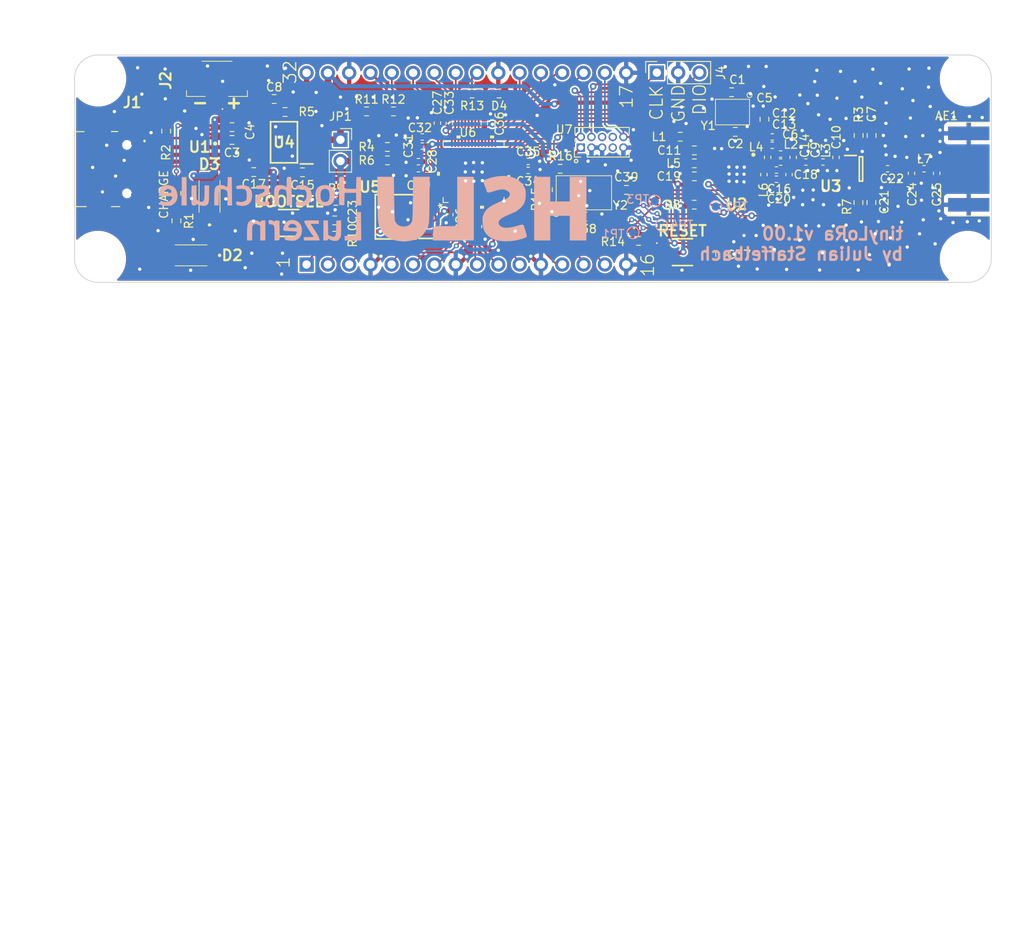
<source format=kicad_pcb>
(kicad_pcb (version 20211014) (generator pcbnew)
  (title_block (title "tinyLoRa") (date "31.03.2022") (rev "v1.00") (company "HSLU T&A") (comment 1 "Julian Staffelbach") (comment 2 "BAT FS22"))
  (layers (0 "F.Cu" signal) (31 "B.Cu" signal) (34 "B.Paste" user) (35 "F.Paste" user) (36 "B.SilkS" user "B.Silkscreen") (37 "F.SilkS" user "F.Silkscreen") (38 "B.Mask" user) (39 "F.Mask" user) (44 "Edge.Cuts" user))
  (net 0 "")
  (net 1 "Net-(AE1-Pad1)")
  (net 2 "GND")
  (net 3 "XTA")
  (net 4 "XTB")
  (net 5 "V_SUB")
  (net 6 "V_BAT")
  (net 7 "Net-(C5-Pad1)")
  (net 8 "Net-(C6-Pad1)")
  (net 9 "Net-(C14-Pad1)")
  (net 10 "Net-(C7-Pad1)")
  (net 11 "Net-(C9-Pad2)")
  (net 12 "Net-(C10-Pad1)")
  (net 13 "Net-(C11-Pad1)")
  (net 14 "Net-(C12-Pad1)")
  (net 15 "+3V3")
  (net 16 "Net-(C16-Pad1)")
  (net 17 "Net-(C16-Pad2)")
  (net 18 "V_SYS")
  (net 19 "Net-(C20-Pad1)")
  (net 20 "Net-(C21-Pad1)")
  (net 21 "SX_J1")
  (net 22 "Net-(C22-Pad2)")
  (net 23 "VREG_VIN")
  (net 24 "ADC_AVDD")
  (net 25 "VREG_VOUT")
  (net 26 "RUN_RST")
  (net 27 "XIN")
  (net 28 "Net-(C39-Pad2)")
  (net 29 "Net-(D1-Pad1)")
  (net 30 "Net-(D1-Pad2)")
  (net 31 "Net-(D4-Pad2)")
  (net 33 "B6")
  (net 34 "B7")
  (net 38 "GPIO_0")
  (net 39 "GPIO_1")
  (net 40 "GPIO_2")
  (net 41 "GPIO_3")
  (net 42 "GPIO_4")
  (net 43 "GPIO_5")
  (net 44 "GPIO_6")
  (net 45 "GPIO_7")
  (net 46 "GPIO_8")
  (net 47 "GPIO_9")
  (net 48 "GPIO_10")
  (net 49 "GPIO_11")
  (net 50 "GPIO_20")
  (net 51 "GPIO_21")
  (net 52 "GPIO_22")
  (net 53 "GPIO_23")
  (net 54 "GPIO_24")
  (net 55 "GPIO_26{slash}ADC_0")
  (net 56 "GPIO_27{slash}ADC_1")
  (net 57 "GPIO_28{slash}ADC_2")
  (net 58 "GPIO_29{slash}ADC_3")
  (net 59 "ADC_VREF")
  (net 60 "SWD_CLK")
  (net 61 "SWD_DIO")
  (net 62 "Net-(L5-Pad2)")
  (net 63 "Net-(R2-Pad1)")
  (net 64 "ANT_SW")
  (net 65 "USB_DM")
  (net 66 "Net-(R5-Pad2)")
  (net 67 "USB_DP")
  (net 68 "SX_DIO2")
  (net 69 "SX_NRESET")
  (net 70 "QSPI_NSS")
  (net 71 "Net-(R10-Pad1)")
  (net 72 "GPIO25")
  (net 73 "XOUT")
  (net 74 "SX_NSS")
  (net 75 "SX_MISO")
  (net 76 "SX_MOSI")
  (net 77 "SX_CLK")
  (net 80 "SX_DIO1")
  (net 81 "SX_BUSY")
  (net 85 "QSPI_SD1")
  (net 86 "QSPI_SD2")
  (net 87 "QSPI_SD0")
  (net 88 "QSPI_CLK")
  (net 89 "QSPI_SD3")
  (footprint "Resistor_SMD:R_0402_1005Metric" (layer "F.Cu") (at 140.208 92.6084 180)
    (fp_text reference "C28")
    (fp_text value "100n")
  )
  (footprint "tinyLoRa_specific:PMEG3050EP115" (layer "F.Cu") (at 113.1028 103.7844 180)
    (fp_text reference "D2")
    (fp_text value "PMEG3050EP,115" hide)
  )
  (footprint "Resistor_SMD:R_0603_1608Metric" (layer "F.Cu") (at 176.1744 103.6828 -90)
    (fp_text reference "C37")
    (fp_text value "100n")
  )
  (footprint "Resistor_SMD:R_0603_1608Metric" (layer "F.Cu") (at 126.3904 93.8784 180)
    (fp_text reference "C15")
    (fp_text value "1u")
  )
  (footprint "Resistor_SMD:R_0603_1608Metric" (layer "F.Cu") (at 146.5956 84.4804)
    (fp_text reference "R13")
    (fp_text value "390")
  )
  (footprint "Resistor_SMD:R_0603_1608Metric" (layer "F.Cu") (at 192.6844 89.4842 -90)
    (fp_text reference "R3")
    (fp_text value "100")
  )
  (footprint "Resistor_SMD:R_0402_1005Metric" (layer "F.Cu") (at 200.4876 93.4528)
    (fp_text reference "L7")
    (fp_text value "L")
  )
  (footprint "tinyLoRa_specific:434123025826_BTN" (layer "F.Cu") (at 124.7394 99.9236 180)
    (fp_text reference "BOOTSEL")
    (fp_text value "BTN_BOOTSEL" hide)
  )
  (footprint "Resistor_SMD:R_0603_1608Metric" (layer "F.Cu") (at 117.983 88.4936)
    (fp_text reference "C4")
    (fp_text value "4u7")
  )
  (footprint "tinyLoRa_specific:SON50P300X200X100-9N-D" (layer "F.Cu") (at 114.0968 89.0524 180)
    (fp_text reference "U1")
    (fp_text value "MCP73831-5ACI_MC" hide)
  )
  (footprint "Resistor_SMD:R_0603_1608Metric" (layer "F.Cu") (at 181.4576 87.5538 90)
    (fp_text reference "C5")
    (fp_text value "10n")
  )
  (footprint "Resistor_SMD:R_0603_1608Metric" (layer "F.Cu") (at 160.0442 99.1616 180)
    (fp_text reference "C38")
    (fp_text value "27p")
  )
  (footprint "Resistor_SMD:R_0603_1608Metric" (layer "F.Cu") (at 166.4462 102.0572)
    (fp_text reference "R14")
    (fp_text value "10k")
  )
  (footprint "tinyLoRa_specific:MountingHole_2.7mm_M2.5_LargeMask" (layer "F.Cu") (at 205.7 82.69)
    (fp_text reference "H4" hide)
    (fp_text value "MountingHole")
  )
  (footprint "tinyLoRa_specific:Fiducial_1mm_Dia_2.54mm_Outer_CopperTop" (layer "F.Cu") (at 200.8886 104.8004)
    (fp_text reference "FID3" hide)
    (fp_text value "Fiducial")
  )
  (footprint "Resistor_SMD:R_0402_1005Metric" (layer "F.Cu") (at 143.9418 98.933 -90)
    (fp_text reference "C26")
    (fp_text value "100n")
  )
  (footprint "tinyLoRa_specific:Fiducial_1mm_Dia_2.54mm_Outer_CopperTop" (layer "F.Cu") (at 184.6072 82.2198)
    (fp_text reference "FID2" hide)
    (fp_text value "Fiducial")
  )
  (footprint "Resistor_SMD:R_0603_1608Metric" (layer "F.Cu") (at 136.4996 90.8558)
    (fp_text reference "R4")
    (fp_text value "27")
  )
  (footprint "Connector_PinSocket_2.54mm:PinSocket_1x03_P2.54mm_Vertical" (layer "F.Cu") (at 168.6306 81.9912 90)
    (fp_text reference "J4")
    (fp_text value "Conn_01x03")
  )
  (footprint "tinyLoRa_specific:Fiducial_1mm_Dia_2.54mm_Outer_CopperTop" (layer "F.Cu") (at 107.5 102.74)
    (fp_text reference "FID1" hide)
    (fp_text value "Fiducial")
  )
  (footprint "Resistor_SMD:R_0603_1608Metric" (layer "F.Cu") (at 137.223 86.614)
    (fp_text reference "R12")
    (fp_text value "1")
  )
  (footprint "tinyLoRa_specific:SX_Clock_GND24" (layer "F.Cu") (at 177.6476 86.6902 180)
    (fp_text reference "Y1")
    (fp_text value "SX_Clock_32M_GND24")
  )
  (footprint "Resistor_SMD:R_0402_1005Metric" (layer "F.Cu") (at 183.3866 92.6532)
    (fp_text reference "L2")
    (fp_text value "L")
  )
  (footprint "Resistor_SMD:R_0603_1608Metric" (layer "F.Cu") (at 120.5738 93.853 180)
    (fp_text reference "C17")
    (fp_text value "1u")
  )
  (footprint "Resistor_SMD:R_0402_1005Metric" (layer "F.Cu") (at 183.3866 91.7032)
    (fp_text reference "C6")
    (fp_text value "C")
  )
  (footprint "Resistor_SMD:R_0603_1608Metric" (layer "F.Cu") (at 123.0122 85.1408)
    (fp_text reference "C8")
    (fp_text value "1u")
  )
  (footprint "Resistor_SMD:R_0402_1005Metric" (layer "F.Cu") (at 140.6652 89.662 180)
    (fp_text reference "C32")
    (fp_text value "2u2")
  )
  (footprint "Resistor_SMD:R_0603_1608Metric" (layer "F.Cu") (at 192.659 97.4852 90)
    (fp_text reference "R7")
    (fp_text value "100")
  )
  (footprint "Resistor_SMD:R_0603_1608Metric" (layer "F.Cu") (at 111.3536 99.6696 90)
    (fp_text reference "R1")
    (fp_text value "470")
  )
  (footprint "Resistor_SMD:R_0603_1608Metric" (layer "F.Cu") (at 110.1344 88.963 90)
    (fp_text reference "R2")
    (fp_text value "5k1")
  )
  (footprint "Resistor_SMD:R_0402_1005Metric" (layer "F.Cu") (at 140.208 94.2086 180)
    (fp_text reference "C29")
    (fp_text value "100n")
  )
  (footprint "Resistor_SMD:R_0603_1608Metric" (layer "F.Cu") (at 157.099 93.462)
    (fp_text reference "R16")
    (fp_text value "1k")
  )
  (footprint "Resistor_SMD:R_0603_1608Metric" (layer "F.Cu") (at 130.2258 101.4476)
    (fp_text reference "R10")
    (fp_text value "1k")
  )
  (footprint "Resistor_SMD:R_0603_1608Metric" (layer "F.Cu") (at 117.983 90.0176)
    (fp_text reference "C3")
    (fp_text value "4u7")
  )
  (footprint "Resistor_SMD:R_0603_1608Metric" (layer "F.Cu") (at 136.5128 92.456)
    (fp_text reference "R6")
    (fp_text value "27")
  )
  (footprint "Resistor_SMD:R_0402_1005Metric" (layer "F.Cu") (at 148.1328 100.3554 -90)
    (fp_text reference "C30")
    (fp_text value "100n")
  )
  (footprint "Resistor_SMD:R_0402_1005Metric" (layer "F.Cu") (at 189.9866 92.1032 90)
    (fp_text reference "C10")
    (fp_text value "C")
  )
  (footprint "Resistor_SMD:R_0402_1005Metric" (layer "F.Cu") (at 196.1376 93.4528)
    (fp_text reference "C22")
    (fp_text value "C")
  )
  (footprint "Resistor_SMD:R_0402_1005Metric" (layer "F.Cu") (at 182.3866 90.6532)
    (fp_text reference "C13")
    (fp_text value "C")
  )
  (footprint "Resistor_SMD:R_0603_1608Metric" (layer "F.Cu") (at 134.0358 86.614)
    (fp_text reference "R11")
    (fp_text value "200")
  )
  (footprint "Resistor_SMD:R_0402_1005Metric" (layer "F.Cu") (at 188.4366 92.6532)
    (fp_text reference "L3")
    (fp_text value "L")
  )
  (footprint "Resistor_SMD:R_0603_1608Metric" (layer "F.Cu") (at 194.2084 97.4852 -90)
    (fp_text reference "C21")
    (fp_text value "1n")
  )
  (footprint "Resistor_SMD:R_0402_1005Metric" (layer "F.Cu") (at 140.6652 90.7542 180)
    (fp_text reference "C31")
    (fp_text value "2u2")
  )
  (footprint "Resistor_SMD:R_0603_1608Metric" (layer "F.Cu") (at 173.0888 97.7392)
    (fp_text reference "R8")
    (fp_text value "DNP")
  )
  (footprint "Resistor_SMD:R_0603_1608Metric" (layer "F.Cu") (at 149.8346 84.4804 180)
    (fp_text reference "D4")
    (fp_text value "LED_GR")
  )
  (footprint "tinyLoRa_specific:MountingHole_2.7mm_M2.5_LargeMask" (layer "F.Cu") (at 205.7 104.2)
    (fp_text reference "H3" hide)
    (fp_text value "MountingHole")
  )
  (footprint "Resistor_SMD:R_0603_1608Metric" (layer "F.Cu") (at 177.9778 89.0524 180)
    (fp_text reference "C2")
    (fp_text value "DNP")
  )
  (footprint "Resistor_SMD:R_0402_1005Metric" (layer "F.Cu") (at 143.891 88.0364 90)
    (fp_text reference "C33")
    (fp_text value "100n")
  )
  (footprint "Resistor_SMD:R_0603_1608Metric" (layer "F.Cu") (at 173.101 92.8116)
    (fp_text reference "L5")
    (fp_text value "15u")
  )
  (footprint "Resistor_SMD:R_0402_1005Metric" (layer "F.Cu") (at 198.9876 94.0028 90)
    (fp_text reference "C24")
    (fp_text value "C")
  )
  (footprint "Resistor_SMD:R_0603_1608Metric" (layer "F.Cu") (at 130.2258 99.6188 180)
    (fp_text reference "C23")
    (fp_text value "100n")
  )
  (footprint "tinyLoRa_specific:MountingHole_2.7mm_M2.5_LargeMask" (layer "F.Cu") (at 102.0318 82.69)
    (fp_text reference "H1" hide)
    (fp_text value "MountingHole")
  )
  (footprint "Connector_PinSocket_2.54mm:PinSocket_1x02_P2.54mm_Vertical" (layer "F.Cu") (at 130.9116 89.9922)
    (fp_text reference "JP1")
    (fp_text value "Jumper_2")
  )
  (footprint "Resistor_SMD:R_0402_1005Metric" (layer "F.Cu") (at 153.289 93.6498)
    (fp_text reference "C34")
    (fp_text value "100n")
  )
  (footprint "Resistor_SMD:R_0402_1005Metric" (layer "F.Cu") (at 184.8866 92.1032 90)
    (fp_text reference "C14")
    (fp_text value "C")
  )
  (footprint "Resistor_SMD:R_0402_1005Metric" (layer "F.Cu") (at 142.4686 88.011 90)
    (fp_text reference "C27")
    (fp_text value "2u2")
  )
  (footprint "tinyLoRa_specific:SOIC127P600X170-8N" (layer "F.Cu") (at 124.1806 90.297 180)
    (fp_text reference "U4")
    (fp_text value "AP2112M-3.3TRG1" hide)
  )
  (footprint "tinyLoRa_specific:PMEG3050EP115" (layer "F.Cu") (at 115.3028 96.7534 90)
    (fp_text reference "D3")
    (fp_text value "PMEG3050EP,115" hide)
  )
  (footprint "tinyLoRa_specific:RP2040" (layer "F.Cu") (at 146.7866 93.853 90)
    (fp_text reference "U6")
    (fp_text value "IC57_RP2040" hide)
  )
  (footprint "Resistor_SMD:R_0603_1608Metric" (layer "F.Cu") (at 124.3076 86.6902 180)
    (fp_text reference "R5")
    (fp_text value "10k")
  )
  (footprint "Resistor_SMD:R_0603_1608Metric" (layer "F.Cu") (at 173.101 94.361 180)
    (fp_text reference "C19")
    (fp_text value "100n")
  )
  (footprint "Resistor_SMD:R_0603_1608Metric" (layer "F.Cu") (at 171.4246 89.6366)
    (fp_text reference "L1")
    (fp_text value "L")
  )
  (footprint "tinyLoRa_specific:SOT95P270X145-6N" (layer "F.Cu") (at 192.9616 93.4782)
    (fp_text reference "U3")
    (fp_text value "AS169-73LF" hide)
  )
  (footprint "Resistor_SMD:R_0402_1005Metric" (layer "F.Cu") (at 182.8866 93.6032)
    (fp_text reference "C16")
    (fp_text value "C")
  )
  (footprint "Resistor_SMD:R_0402_1005Metric" (layer "F.Cu") (at 186.3866 92.6532)
    (fp_text reference "C9")
    (fp_text value "C")
  )
  (footprint "Resistor_SMD:R_0603_1608Metric" (layer "F.Cu") (at 155.6412 95.9634 90)
    (fp_text reference "R15")
    (fp_text value "DNP")
  )
  (footprint "Resistor_SMD:R_0603_1608Metric" (layer "F.Cu") (at 194.2338 89.4842 90)
    (fp_text reference "C7")
    (fp_text value "1n")
  )
  (footprint "tinyLoRa_specific:SWD_Pin_Header_Straight_2x05_Pitch1.27mm" (layer "F.Cu") (at 159.5628 90.932 90)
    (fp_text reference "U7")
    (fp_text value "SWD_JTAG_10pin")
  )
  (footprint "tinyLoRa_specific:QFN50P400X400X100-25N-D" (layer "F.Cu") (at 178.1366 94.1532 -90)
    (fp_text reference "U2")
    (fp_text value "SX1261IMLTRT" hide)
  )
  (footprint "Resistor_SMD:R_0402_1005Metric" (layer "F.Cu") (at 182.8866 94.7032)
    (fp_text reference "C20")
    (fp_text value "C")
  )
  (footprint "Resistor_SMD:R_0603_1608Metric" (layer "F.Cu") (at 165.0006 95.9766 180)
    (fp_text reference "C39")
    (fp_text value "27p")
  )
  (footprint "Resistor_SMD:R_0402_1005Metric" (layer "F.Cu") (at 148.0566 88.0618 90)
    (fp_text reference "C36")
    (fp_text value "100n")
  )
  (footprint "tinyLoRa_specific:MountingHole_2.7mm_M2.5_LargeMask" (layer "F.Cu") (at 102.0064 104.2)
    (fp_text reference "H2" hide)
    (fp_text value "MountingHole")
  )
  (footprint "tinyLoRa_specific:SOIC127P790X216-8N" (layer "F.Cu") (at 137.4902 99.187 180)
    (fp_text reference "U5")
    (fp_text value "W25Q128JVSIM" hide)
  )
  (footprint "Resistor_SMD:R_0603_1608Metric" (layer "F.Cu") (at 111.3536 96.393 -90)
    (fp_text reference "CHARGE")
    (fp_text value "LED_RED")
  )
  (footprint "Resistor_SMD:R_0402_1005Metric" (layer "F.Cu") (at 153.289 92.583)
    (fp_text reference "C35")
    (fp_text value "100n")
  )
  (footprint "Resistor_SMD:R_0603_1608Metric" (layer "F.Cu") (at 173.101 91.2622 180)
    (fp_text reference "C11")
    (fp_text value "470n")
  )
  (footprint "Resistor_SMD:R_0603_1608Metric" (layer "F.Cu") (at 130.3518 97.282 180)
    (fp_text reference "R9")
    (fp_text value "DNP")
  )
  (footprint "Resistor_SMD:R_0402_1005Metric" (layer "F.Cu") (at 182.3866 89.662)
    (fp_text reference "C12")
    (fp_text value "C")
  )
  (footprint "Resistor_SMD:R_0402_1005Metric" (layer "F.Cu") (at 181.3866 94.1532 90)
    (fp_text reference "L6")
    (fp_text value "L")
  )
  (footprint "Resistor_SMD:R_0402_1005Metric" (layer "F.Cu") (at 184.3866 94.1532 -90)
    (fp_text reference "C18")
    (fp_text value "C")
  )
  (footprint "tinyLoRa_specific:532610271_Molex" (layer "F.Cu") (at 116.1918 82.931)
    (fp_text reference "J2")
    (fp_text value "53261-0271_Molex" hide)
  )
  (footprint "tinyLoRa_specific:PinHeader_tinyLoRa" (layer "F.Cu") (at 145.923 94.6912 90)
    (fp_text reference "J3" hide)
    (fp_text value "Conn_02x16_Counter_Clockwise")
  )
  (footprint "tinyLoRa_specific:434123025826_BTN" (layer "F.Cu") (at 171.6786 103.4034)
    (fp_text reference "RESET")
    (fp_text value "BTN_RESET" hide)
  )
  (footprint "tinyLoRa_specific:USB4110GFA" (layer "F.Cu") (at 102.8568 93.5 -90)
    (fp_text reference "J1")
    (fp_text value "USB4110-GF-A" hide)
  )
  (footprint "Resistor_SMD:R_0402_1005Metric" (layer "F.Cu") (at 201.9876 94.0028 90)
    (fp_text reference "C25")
    (fp_text value "C")
  )
  (footprint "Resistor_SMD:R_0402_1005Metric" (layer "F.Cu") (at 181.8366 92.1032 90)
    (fp_text reference "L4")
    (fp_text value "L")
  )
  (footprint "tinyLoRa_specific:Pico_Clock_GND24" (layer "F.Cu") (at 159.9314 96.3192)
    (fp_text reference "Y2")
    (fp_text value "Pico_Clock_12M_GND24")
  )
  (footprint "Resistor_SMD:R_0603_1608Metric" (layer "F.Cu") (at 177.546 84.3304)
    (fp_text reference "C1")
    (fp_text value "DNP")
  )
  (footprint "tinyLoRa_specific:antenna_connector" (layer "F.Cu") (at 208.2546 93.4974 90)
    (fp_text reference "AE1")
    (fp_text value "Antenna")
  )
  (footprint "TestPoint:TestPoint_Pad_D1.0mm" (layer "B.Cu") (at 169.1894 100.1776 180)
    (fp_text reference "TP4")
    (fp_text value "TP_CLK")
  )
  (footprint "tinyLoRa_specific:hslu_logo_new" (layer "B.Cu") (at 134.133412 97.508794 180)
    (fp_text reference "H5" hide)
    (fp_text value "LogoHSLU" hide)
  )
  (footprint "TestPoint:TestPoint_Pad_D1.0mm" (layer "B.Cu") (at 165.7858 101.092 180)
    (fp_text reference "TP1")
    (fp_text value "TP_NSS")
  )
  (footprint "TestPoint:TestPoint_Pad_D1.0mm" (layer "B.Cu") (at 168.3766 97.3074 180)
    (fp_text reference "TP3")
    (fp_text value "TP_MOSI")
  )
  (footprint "TestPoint:TestPoint_Pad_D1.0mm" (layer "B.Cu") (at 175.641 97.9678 180)
    (fp_text reference "TP2")
    (fp_text value "TP_MISO")
  )
  (gr_circle (center 159.004 92.5322) (end 159.1564 92.6592) (layer "F.SilkS") (width 0.15) (fill none))
  (gr_arc locked (start 102.005099 107) (mid 100.028134 106.179101) (end 99.2124 104.2) (layer "Edge.Cuts") (width 0.1))
  (gr_arc locked (start 208.5 104.2) (mid 207.679899 106.179899) (end 205.7 107) (layer "Edge.Cuts") (width 0.1))
  (gr_arc locked (start 99.2124 82.69) (mid 100.030789 80.70574) (end 102.01614 79.89) (layer "Edge.Cuts") (width 0.1))
  (gr_arc locked (start 205.7 79.89) (mid 207.679899 80.710101) (end 208.5 82.69) (layer "Edge.Cuts") (width 0.1))
  (gr_line locked (start 102.01614 79.89) (end 205.7 79.89) (layer "Edge.Cuts") (width 0.1))
  (gr_line locked (start 208.5 104.2) (end 208.5 82.69) (layer "Edge.Cuts") (width 0.1))
  (gr_line locked (start 102.005099 107) (end 205.7 107) (layer "Edge.Cuts") (width 0.1))
  (gr_line locked (start 99.2124 104.2) (end 99.2124 82.69) (layer "Edge.Cuts") (width 0.1))
  (gr_text "tinyLoRa v1.00\nby Julian Staffelbach" (at 198.1708 102.4128) (layer "B.SilkS") (effects (font (size 1.5 1.5) (thickness 0.3)) (justify left mirror)))
  (gr_text "32" (at 124.8918 81.9404 90) (layer "F.SilkS") (effects (font (size 1.5 1.5))))
  (gr_text "1" (at 124.1044 104.6226 90) (layer "F.SilkS") (effects (font (size 1.5 1.5))))
  (gr_text "17" (at 164.9984 84.8614 90) (layer "F.SilkS") (effects (font (size 1.5 1.5))))
  (gr_text "CLK" (at 168.5798 85.598 90) (layer "F.SilkS") (effects (font (size 1.5 1.5))))
  (gr_text "GND" (at 171.196 85.6488 90) (layer "F.SilkS") (effects (font (size 1.5 1.5))))
  (gr_text "DIO" (at 173.736 85.1916 90) (layer "F.SilkS") (effects (font (size 1.5 1.5))))
  (gr_text "16" (at 167.5384 104.9528 90) (layer "F.SilkS") (effects (font (size 1.5 1.5))))
  (gr_text "-" (at 114.18 85.53) (layer "F.SilkS") (effects (font (size 1.5 1.5) (thickness 0.3))))
  (gr_text "+" (at 118.21 85.54) (layer "F.SilkS") (effects (font (size 1.5 1.5) (thickness 0.3))))
  (segment (start 201.9876 93.4928) (end 205.45 93.4928) (width 0.65) (layer "F.Cu") (net 1))
  (segment (start 200.9976 93.4528) (end 201.9476 93.4528) (width 0.65) (layer "F.Cu") (net 1))
  (segment (start 201.9476 93.4528) (end 201.9876 93.4928) (width 0.65) (layer "F.Cu") (net 1))
  (segment (start 205.45 93.4928) (end 205.4546 93.4974) (width 0.65) (layer "F.Cu") (net 1))
  (segment (start 182.8966 90.6532) (end 182.8966 89.662) (width 0.65) (layer "F.Cu") (net 2))
  (segment (start 190.0936 93.6752) (end 188.9506 93.6752) (width 0.65) (layer "F.Cu") (net 2))
  (segment (start 177.0226 86.0652) (end 177.0226 85.8902) (width 0.3) (layer "F.Cu") (net 2))
  (segment (start 139.827 90.7542) (end 139.2428 90.17) (width 0.65) (layer "F.Cu") (net 2))
  (segment (start 179.1374 94.9032) (end 179.0192 95.0214) (width 0.3) (layer "F.Cu") (net 2))
  (segment (start 154.581 104.8732) (end 153.5938 103.886) (width 0.5) (layer "F.Cu") (net 2))
  (segment (start 176.3522 91.059) (end 175.5394 91.059) (width 0.3) (layer "F.Cu") (net 2))
  (segment (start 154.6352 92.583) (end 154.6606 92.5576) (width 0.1778) (layer "F.Cu") (net 2))
  (segment (start 147.843999 94.853001) (end 147.828 94.869) (width 0.2) (layer "F.Cu") (net 2))
  (segment (start 134.7504 104.8732) (end 135.7376 103.886) (width 0.5) (layer "F.Cu") (net 2))
  (segment (start 177.9778 90.1446) (end 177.9778 89.8774) (width 0.3) (layer "F.Cu") (net 2))
  (segment (start 149.733 82.0166) (end 149.733 83.5538) (width 0.5) (layer "F.Cu") (net 2))
  (segment (start 176.1866 93.4032) (end 177.056 93.4032) (width 0.3) (layer "F.Cu") (net 2))
  (segment (start 177.3866 92.2032) (end 177.3866 91.56) (width 0.3) (layer "F.Cu") (net 2))
  (segment (start 154.813 104.8732) (end 154.581 104.8732) (width 0.5) (layer "F.Cu") (net 2))
  (segment (start 177.9778 89.8774) (end 178.8028 89.0524) (width 0.3) (layer "F.Cu") (net 2))
  (segment (start 191.7116 93.4782) (end 190.2906 93.4782) (width 0.65) (layer "F.Cu") (net 2))
  (segment (start 177.3866 91.56) (end 176.8856 91.059) (width 0.3) (layer "F.Cu") (net 2))
  (segment (start 153.799 92.583) (end 154.6352 92.583) (width 0.1778) (layer "F.Cu") (net 2))
  (segment (start 106.5348 88.965) (end 105.9598 88.39) (width 0.3) (layer "F.Cu") (net 2))
  (segment (start 153.799 93.6498) (end 154.6098 93.6498) (width 0.1778) (layer "F.Cu") (net 2))
  (segment (start 153.799 93.6498) (end 153.799 93.4192) (width 0.1778) (layer "F.Cu") (net 2))
  (segment (start 184.3466 94.7032) (end 184.3866 94.6632) (width 0.65) (layer "F.Cu") (net 2))
  (segment (start 153.799 92.583) (end 153.799 92.6358) (width 0.1778) (layer "F.Cu") (net 2))
  (segment (start 144.653 104.8732) (end 145.012 104.8732) (width 0.5) (layer "F.Cu") (net 2))
  (segment (start 177.0226 85.8902) (end 176.5476 85.8902) (width 0.2) (layer "F.Cu") (net 2))
  (segment (start 188.9506 93.6752) (end 187.833 93.6752) (width 0.65) (layer "F.Cu") (net 2))
  (segment (start 187.833 93.6752) (end 186.6138 93.6752) (width 0.65) (layer "F.Cu") (net 2))
  (segment (start 180.0866 94.9032) (end 179.1374 94.9032) (width 0.3) (layer "F.Cu") (net 2))
  (segment (start 154.628994 97.5868) (end 154.6352 97.5868) (width 0.2) (layer "F.Cu") (net 2))
  (segment (start 153.799 92.6358) (end 154.7114 93.5482) (width 0.65) (layer "F.Cu") (net 2))
  (segment (start 177.3866 93.0726) (end 177.2158 93.2434) (width 0.3) (layer "F.Cu") (net 2))
  (segment (start 145.012 104.8732) (end 145.9484 103.9368) (width 0.5) (layer "F.Cu") (net 2))
  (segment (start 176.8856 91.059) (end 176.3522 91.059) (width 0.3) (layer "F.Cu") (net 2))
  (segment (start 177.056 93.4032) (end 177.2158 93.2434) (width 0.3) (layer "F.Cu") (net 2))
  (segment (start 175.5394 91.059) (end 175.514 91.0336) (width 0.3) (layer "F.Cu") (net 2))
  (segment (start 177.3866 92.2032) (end 177.3866 93.0726) (width 0.3) (layer "F.Cu") (net 2))
  (segment (start 190.2906 93.4782) (end 190.0936 93.6752) (width 0.65) (layer "F.Cu") (net 2))
  (segment (start 178.7476 87.4902) (end 178.6226 87.4902) (width 0.2) (layer "F.Cu") (net 2))
  (segment (start 143.891 87.5264) (end 143.891 86.6394) (width 0.2) (layer "F.Cu") (net 2))
  (segment (start 154.6098 93.6498) (end 154.7114 93.5482) (width 0.1778) (layer "F.Cu") (net 2))
  (segment (start 106.5348 90.15) (end 106.5348 88.965) (width 0.3) (layer "F.Cu") (net 2))
  (segment (start 178.8866 92.2032) (end 178.8866 93.1108) (width 0.3) (layer "F.Cu") (net 2))
  (segment (start 151.895195 94.853001) (end 154.628994 97.5868) (width 0.2) (layer "F.Cu") (net 2))
  (segment (start 183.3966 94.7032) (end 184.3466 94.7032) (width 0.65) (layer "F.Cu") (net 2))
  (segment (start 106.5348 96.85) (end 106.5348 98.035) (width 0.3) (layer "F.Cu") (net 2))
  (segment (start 149.733 83.5538) (end 150.6596 84.4804) (width 0.5) (layer "F.Cu") (net 2))
  (segment (start 150.1902 94.853001) (end 147.843999 94.853001) (width 0.2) (layer "F.Cu") (net 2))
  (segment (start 178.8866 93.1108) (end 179.0446 93.2688) (width 0.3) (layer "F.Cu") (net 2))
  (segment (start 179.4002 88.1428) (end 178.7476 87.4902) (width 0.8) (layer "F.Cu") (net 2))
  (segment (start 179.4002 88.4174) (end 179.4002 88.1428) (width 0.8) (layer "F.Cu") (net 2))
  (segment (start 153.799 93.4192) (end 154.6606 92.5576) (width 0.65) (layer "F.Cu") (net 2))
  (segment (start 150.1902 94.853001) (end 151.895195 94.853001) (width 0.2) (layer "F.Cu") (net 2))
  (segment (start 140.1552 90.7542) (end 139.827 90.7542) (width 0.65) (layer "F.Cu") (net 2))
  (segment (start 142.4686 87.501) (end 142.4686 87.4776) (width 0.2) (layer "F.Cu") (net 2))
  (segment (start 178.6226 87.4902) (end 178.4476 87.4902) (width 0.3) (layer "F.Cu") (net 2))
  (segment (start 178.4476 87.4902) (end 177.0226 86.0652) (width 0.3) (layer "F.Cu") (net 2))
  (segment (start 143.891 86.6394) (end 143.383 86.1314) (width 0.2) (layer "F.Cu") (net 2))
  (segment (start 142.4686 87.4776) (end 141.7574 86.7664) (width 0.2) (layer "F.Cu") (net 2))
  (segment (start 134.493 104.8732) (end 134.7504 104.8732) (width 0.5) (layer "F.Cu") (net 2))
  (segment (start 106.5348 98.035) (end 105.9598 98.61) (width 0.3) (layer "F.Cu") (net 2))
  (via (at 117.2464 97.0534) (size 0.8) (drill 0.4) (layers "F.Cu" "B.Cu") (net 2))
  (via (at 137.1346 84.9376) (size 0.8) (drill 0.4) (layers "F.Cu" "B.Cu") (net 2))
  (via (at 178.181 94.107) (size 0.8) (drill 0.4) (layers "F.Cu" "B.Cu") (net 2))
  (via (at 123.9012 106.0196) (size 0.8) (drill 0.4) (layers "F.Cu" "B.Cu") (net 2))
  (via (at 162.4838 92.9894) (size 0.8) (drill 0.4) (layers "F.Cu" "B.Cu") (net 2))
  (via (at 147.828 94.869) (size 0.8) (drill 0.4) (layers "F.Cu" "B.Cu") (net 2))
  (via (at 179.0192 94.107) (size 0.8) (drill 0.4) (layers "F.Cu" "B.Cu") (net 2))
  (via (at 195.7578 97.0534) (size 0.8) (drill 0.4) (layers "F.Cu" "B.Cu") (net 2))
  (via (at 153.5938 103.886) (size 0.8) (drill 0.4) (layers "F.Cu" "B.Cu") (net 2))
  (via (at 138.7348 94.2848) (size 0.8) (drill 0.4) (layers "F.Cu" "B.Cu") (net 2))
  (via (at 171.577 86.106) (size 0.8) (drill 0.4) (layers "F.Cu" "B.Cu") (net 2))
  (via (at 138.7348 92.6846) (size 0.8) (drill 0.4) (layers "F.Cu" "B.Cu") (net 2))
  (via (at 190.0936 93.6752) (size 0.8) (drill 0.4) (layers "F.Cu" "B.Cu") (net 2))
  (via (at 123.6218 89.6874) (size 0.8) (drill 0.4) (layers "F.Cu" "B.Cu") (net 2))
  (via (at 106.9848 105.4354) (size 0.8) (drill 0.4) (layers "F.Cu" "B.Cu") (net 2))
  (via (at 159.3088 96.6724) (size 0.8) (drill 0.4) (layers "F.Cu" "B.Cu") (net 2))
  (via (at 180.1114 85.979) (size 0.8) (drill 0.4) (layers "F.Cu" "B.Cu") (net 2))
  (via (at 135.4836 89.5096) (size 0.8) (drill 0.4) (layers "F.Cu" "B.Cu") (net 2))
  (via (at 122.3518 82.931) (size 0.8) (drill 0.4) (layers "F.Cu" "B.Cu") (net 2))
  (via (at 202.2602 98.4758) (size 0.8) (drill 0.4) (layers "F.Cu" "B.Cu") (net 2))
  (via (at 182.0926 96.012) (size 0.8) (drill 0.4) (layers "F.Cu" "B.Cu") (net 2))
  (via (at 154.6606 92.5576) (size 0.8) (drill 0.4) (layers "F.Cu" "B.Cu") (net 2))
  (via (at 190.9064 90.0938) (size 0.8) (drill 0.4) (layers "F.Cu" "B.Cu") (net 2))
  (via (at 103.0478 90.6526) (size 0.8) (drill 0.4) (layers "F.Cu" "B.Cu") (net 2))
  (via (at 165.5572 92.4306) (size 0.8) (drill 0.4) (layers "F.Cu" "B.Cu") (net 2))
  (via (at 192.2526 83.0326) (size 0.8) (drill 0.4) (layers "F.Cu" "B.Cu") (net 2))
  (via (at 125.1966 98.7552) (size 0.8) (drill 0.4) (layers "F.Cu" "B.Cu") (net 2))
  (via (at 160.4264 92.5576) (size 0.8) (drill 0.4) (layers "F.Cu" "B.Cu") (net 2))
  (via (at 147.828 92.7354) (size 0.8) (drill 0.4) (layers "F.Cu" "B.Cu") (net 2))
  (via (at 205.6384 99.7712) (size 0.8) (drill 0.4) (layers "F.Cu" "B.Cu") (net 2))
  (via (at 119.5578 105.2576) (size 0.8) (drill 0.4) (layers "F.Cu" "B.Cu") (net 2))
  (via (at 193.1162 91.3892) (size 0.8) (drill 0.4) (layers "F.Cu" "B.Cu") (net 2))
  (via (at 130.2766 98.3488) (size 0.8) (drill 0.4) (layers "F.Cu" "B.Cu") (net 2))
  (via (at 145.8214 94.8944) (size 0.8) (drill 0.4) (layers "F.Cu" "B.Cu") (net 2))
  (via (at 143.51 99.8982) (size 0.8) (drill 0.4) (layers "F.Cu" "B.Cu") (net 2))
  (via (at 203.9366 99.8728) (size 0.8) (drill 0.4) (layers "F.Cu" "B.Cu") (net 2))
  (via (at 197.5104 94.8436) (size 0.8) (drill 0.4) (layers "F.Cu" "B.Cu") (net 2))
  (via (at 165.8366 88.7984) (size 0.8) (drill 0.4) (layers "F.Cu" "B.Cu") (net 2))
  (via (at 188.4934 97.7392) (size 0.8) (drill 0.4) (layers "F.Cu" "B.Cu") (net 2))
  (via (at 179.0192 95.0214) (size 0.8) (drill 0.4) (layers "F.Cu" "B.Cu") (net 2))
  (via (at 150.5966 87.0204) (size 0.8) (drill 0.4) (layers "F.Cu" "B.Cu") (net 2))
  (via (at 104.1146 94.3356) (size 0.8) (drill 0.4) (layers "F.Cu" "B.Cu") (net 2))
  (via (at 115.062 81.2038) (size 0.8) (drill 0.4) (layers "F.Cu" "B.Cu") (net 2))
  (via (at 177.9778 90.1446) (size 0.8) (drill 0.4) (layers "F.Cu" "B.Cu") (net 2))
  (via (at 177.8254 103.632) (size 0.8) (drill 0.4) (layers "F.Cu" "B.Cu") (net 2))
  (via (at 122.1994 81.2038) (size 0.8) (drill 0.4) (layers "F.Cu" "B.Cu") (net 2))
  (via (at 137.5664 89.4334) (size 0.8) (drill 0.4) (layers "F.Cu" "B.Cu") (net 2))
  (via (at 128.016 84.3534) (size 0.8) (drill 0.4) (layers "F.Cu" "B.Cu") (net 2))
  (via (at 120.0404 92.4052) (size 0.8) (drill 0.4) (layers "F.Cu" "B.Cu") (net 2))
  (via (at 145.8214 92.7862) (size 0.8) (drill 0.4) (layers "F.Cu" "B.Cu") (net 2))
  (via (at 134.8232 84.9122) (size 0.8) (drill 0.4) (layers "F.Cu" "B.Cu") (net 2))
  (via (at 170.6626 87.8078) (size 0.8) (drill 0.4) (layers "F.Cu" "B.Cu") (net 2))
  (via (at 187.2742 95.9866) (size 0.8) (drill 0.4) (layers "F.Cu" "B.Cu") (net 2))
  (via (at 160.6296 96.0628) (size 0.8) (drill 0.4) (layers "F.Cu" "B.Cu") (net 2))
  (via (at 172.1104 88.0618) (size 0.8) (drill 0.4) (layers "F.Cu" "B.Cu") (net 2))
  (via (at 120.5484 99.695) (size 0.8) (drill 0.4) (layers "F.Cu" "B.Cu") (net 2))
  (via (at 187.9346 100.2792) (size 0.8) (drill 0.4) (layers "F.Cu" "B.Cu") (net 2))
  (via (at 113.6904 88.646) (size 0.8) (drill 0.4) (layers "F.Cu" "B.Cu") (net 2))
  (via (at 102.5398 96.2152) (size 0.8) (drill 0.4) (layers "F.Cu" "B.Cu") (net 2))
  (via (at 184.6326 100.2284) (size 0.8) (drill 0.4) (layers "F.Cu" "B.Cu") (net 2))
  (via (at 106.7308 81.407) (size 0.8) (drill 0.4) (layers "F.Cu" "B.Cu") (net 2))
  (via (at 143.383 86.1314) (size 0.8) (drill 0.4) (layers "F.Cu" "B.Cu") (net 2))
  (via (at 197.3834 97.9424) (size 0.8) (drill 0.4) (layers "F.Cu" "B.Cu") (net 2))
  (via (at 154.3558 87.0966) (size 0.8) (drill 0.4) (layers "F.Cu" "B.Cu") (net 2))
  (via (at 184.6326 89.916) (size 0.8) (drill 0.4) (layers "F.Cu" "B.Cu") (net 2))
  (via (at 191.1858 100.1776) (size 0.8) (drill 0.4) (layers "F.Cu" "B.Cu") (net 2))
  (via (at 178.3588 105.0798) (size 0.8) (drill 0.4) (layers "F.Cu" "B.Cu") (net 2))
  (via (at 118.5164 91.5924) (size 0.8) (drill 0.4) (layers "F.Cu" "B.Cu") (net 2))
  (via (at 195.0466 99.7458) (size 0.8) (drill 0.4) (layers "F.Cu" "B.Cu") (net 2))
  (via (at 183.9976 97.7392) (size 0.8) (drill 0.4) (layers "F.Cu" "B.Cu") (net 2))
  (via (at 187.452 83.058) (size 0.8) (drill 0.4) (layers "F.Cu" "B.Cu") (net 2))
  (via (at 139.2428 90.17) (size 0.8) (drill 0.4) (layers "F.Cu" "B.Cu") (net 2))
  (via (at 187.706 81.7118) (size 0.8) (drill 0.4) (layers "F.Cu" "B.Cu") (net 2))
  (via (at 151.7396 100.8888) (size 0.8) (drill 0.4) (layers "F.Cu" "B.Cu") (net 2))
  (via (at 137.2362 94.234) (size 0.8) (drill 0.4) (layers "F.Cu" "B.Cu") (net 2))
  (via (at 183.9468 86.4616) (size 0.8) (drill 0.4) (layers "F.Cu" "B.Cu") (net 2))
  (via (at 195.4022 95.7072) (size 0.8) (drill 0.4) (layers "F.Cu" "B.Cu") (net 2))
  (via (at 179.7812 84.5058) (size 0.8) (drill 0.4) (layers "F.Cu" "B.Cu") (net 2))
  (via (at 124.0028 103.5304) (size 0.8) (drill 0.4) (layers "F.Cu" "B.Cu") (net 2))
  (via (at 188.5442 96.0374) (size 0.8) (drill 0.4) (layers "F.Cu" "B.Cu") (net 2))
  (via (at 193.0146 99.7966) (size 0.8) (drill 0.4) (layers "F.Cu" "B.Cu") (net 2))
  (via (at 105.1306 92.456) (size 0.8) (drill 0.4) (layers "F.Cu" "B.Cu") (net 2))
  (via (at 188.9506 93.6752) (size 0.8) (drill 0.4) (layers "F.Cu" "B.Cu") (net 2))
  (via (at 120.3452 103.5304) (size 0.8) (drill 0.4) (layers "F.Cu" "B.Cu") (net 2))
  (via (at 180.594 105.41) (size 0.8) (drill 0.4) (layers "F.Cu" "B.Cu") (net 2))
  (via (at 200.3298 89.5096) (size 0.8) (drill 0.4) (layers "F.Cu" "B.Cu") (net 2))
  (via (at 189.2808 87.5538) (size 0.8) (drill 0.4) (layers "F.Cu" "B.Cu") (net 2))
  (via (at 159.5374 94.9706) (size 0.8) (drill 0.4) (layers "F.Cu" "B.Cu") (net 2))
  (via (at 197.8914 83.9216) (size 0.8) (drill 0.4) (layers "F.Cu" "B.Cu") (net 2))
  (via (at 204.0382 87.2998) (size 0.8) (drill 0.4) (layers "F.Cu" "B.Cu") (net 2))
  (via (at 177.2158 93.2434) (size 0.8) (drill 0.4) (layers "F.Cu" "B.Cu") (net 2))
  (via (at 110.0074 81.5594) (size 0.8) (drill 0.4) (layers "F.Cu" "B.Cu") (net 2))
  (via (at 125.2728 84.3026) (size 0.8) (drill 0.4) (layers "F.Cu" "B.Cu") (net 2))
  (via (at 145.796 93.8276) (size 0.8) (drill 0.4) (layers "F.Cu" "B.Cu") (net 2))
  (via (at 188.0362 105.537) (size 0.8) (drill 0.4) (layers "F.Cu" "B.Cu") (net 2))
  (via (at 179.0192 101.4222) (size 0.8) (drill 0.4) (layers "F.Cu" "B.Cu") (net 2))
  (via (at 183.896 88.5444) (size 0.8) (drill 0.4) (layers "F.Cu" "B.Cu") (net 2))
  (via (at 187.833 93.6752) (size 0.8) (drill 0.4) (layers "F.Cu" "B.Cu") (net 2))
  (via (at 197.0278 91.9734) (size 0.8) (drill 0.4) (layers "F.Cu" "B.Cu") (net 2))
  (via (at 193.0654 84.9122) (size 0.8) (drill 0.4) (layers "F.Cu" "B.Cu") (net 2))
  (via (at 179.4002 88.4174) (size 0.8) (drill 0.4) (layers "F.Cu" "B.Cu") (net 2))
  (via (at 182.626 103.0732) (size 0.8) (drill 0.4) (layers "F.Cu" "B.Cu") (net 2))
  (via (at 146.7866 92.71) (size 0.8) (drill 0.4) (layers "F.Cu" "B.Cu") (net 2))
  (via (at 137.1092 98.5774) (size 0.8) (drill 0.4) (layers "F.Cu" "B.Cu") (net 2))
  (via (at 125.1712 91.948) (size 0.8) (drill 0.4) (layers "F.Cu" "B.Cu") (net 2))
  (via (at 188.7474 90.0684) (size 0.8) (drill 0.4) (layers "F.Cu" "B.Cu") (net 2))
  (via (at 134.3152 90.0938) (size 0.8) (drill 0.4) (layers "F.Cu" "B.Cu") (net 2))
  (via (at 200.1774 97.2058) (size 0.8) (drill 0.4) (layers "F.Cu" "B.Cu") (net 2))
  (via (at 176.3522 91.059) (size 0.8) (drill 0.4) (layers "F.Cu" "B.Cu") (net 2))
  (via (at 194.6402 101.219) (size 0.8) (drill 0.4) (layers "F.Cu" "B.Cu") (net 2))
  (via (at 182.7276 84.8868) (size 0.8) (drill 0.4) (layers "F.Cu" "B.Cu") (net 2))
  (via (at 201.5236 95.7072) (size 0.8) (drill 0.4) (layers "F.Cu" "B.Cu") (net 2))
  (via (at 175.514 91.0336) (size 0.8) (drill 0.4) (layers "F.Cu" "B.Cu") (net 2))
  (via (at 113.157 97.0026) (size 0.8) (drill 0.4) (layers "F.Cu" "B.Cu") (net 2))
  (via (at 108.331 89.154) (size 0.8) (drill 0.4) (layers "F.Cu" "B.Cu") (net 2))
  (via (at 124.3584 81.4578) (size 0.8) (drill 0.4) (layers "F.Cu" "B.Cu") (net 2))
  (via (at 103.9622 86.6394) (size 0.8) (drill 0.4) (layers "F.Cu" "B.Cu") (net 2))
  (via (at 184.7596 87.5284) (size 0.8) (drill 0.4) (layers "F.Cu" "B.Cu") (net 2))
  (via (at 200.152 95.1738) (size 0.8) (drill 0.4) (layers "F.Cu" "B.Cu") (net 2))
  (via (at 114.4016 89.3826) (size 0.8) (drill 0.4) (layers "F.Cu" "B.Cu") (net 2))
  (via (at 149.733 103.1748) (size 0.8) (drill 0.4) (layers "F.Cu" "B.Cu") (net 2))
  (via (at 181.3814 83.6422) (size 0.8) (drill 0.4) (layers "F.Cu" "B.Cu") (net 2))
  (via (at 190.246 95.9866) (size 0.8) (drill 0.4) (layers "F.Cu" "B.Cu") (net 2))
  (via (at 179.5526 81.2546) (size 0.8) (drill 0.4) (layers "F.Cu" "B.Cu") (net 2))
  (via (at 147.8026 93.853) (size 0.8) (drill 0.4) (layers "F.Cu" "B.Cu") (net 2))
  (via (at 135.7376 103.886) (size 0.8) (drill 0.4) (layers "F.Cu" "B.Cu") (net 2))
  (via (at 194.5132 87.249) (size 0.8) (drill 0.4) (layers "F.Cu" "B.Cu") (net 2))
  (via (at 139.2682 97.5106) (size 0.8) (drill 0.4) (layers "F.Cu" "B.Cu") (net 2))
  (via (at 198.2978 89.6112) (size 0.8) (drill 0.4) (layers "F.Cu" "B.Cu") (net 2))
  (via (at 198.7042 81.5594) (size 0.8) (drill 0.4) (layers "F.Cu" "B.Cu") (net 2))
  (via (at 160.274 97.8662) (size 0.8) (drill 0.4) (layers "F.Cu" "B.Cu") (net 2))
  (via (at 200.3806 99.5426) (size 0.8) (drill 0.4) (layers "F.Cu" "B.Cu") (net 2))
  (via (at 132.8166 84.8614) (size 0.8) (drill 0.4) (layers "F.Cu" "B.Cu") (net 2))
  (via (at 146.812 94.9452) (size 0.8) (drill 0.4) (layers "F.Cu" "B.Cu") (net 2))
  (via (at 193.9798 103.7082) (size 0.8) (drill 0.4) (layers "F.Cu" "B.Cu") (net 2))
  (via (at 127.5588 97.1296) (size 0.8) (drill 0.4) (layers "F.Cu" "B.Cu") (net 2))
  (via (at 199.1614 85.3186) (size 0.8) (drill 0.4) (layers "F.Cu" "B.Cu") (net 2))
  (via (at 140.081 87.376) (size 0.8) (drill 0.4) (layers "F.Cu" "B.Cu") (net 2))
  (via (at 186.6138 93.6752) (size 0.8) (drill 0.4) (layers "F.Cu" "B.Cu") (net 2))
  (via (at 110.0328 85.1154) (size 0.8) (drill 0.4) (layers "F.Cu" "B.Cu") (net 2))
  (via (at 108.0516 98.0694) (size 0.8) (drill 0.4) (layers "F.Cu" "B.Cu") (net 2))
  (via (at 199.9234 92.1766) (size 0.8) (drill 0.4) (layers "F.Cu" "B.Cu") (net 2))
  (via (at 165.5572 94.5388) (size 0.8) (drill 0.4) (layers "F.Cu" "B.Cu") (net 2))
  (via (at 171.3992 94.0308) (size 0.8) (drill 0.4) (layers "F.Cu" "B.Cu") (net 2))
  (via (at 202.5142 87.5538) (size 0.8) (drill 0.4) (layers "F.Cu" "B.Cu") (net 2))
  (via (at 190.5254 81.8388) (size 0.8) (drill 0.4) (layers "F.Cu" "B.Cu") (net 2))
  (via (at 138.6332 89.535) (size 0.8) (drill 0.4) (layers "F.Cu" "B.Cu") (net 2))
  (via (at 101.3714 93.2942) (size 0.8) (drill 0.4) (layers "F.Cu" "B.Cu") (net 2))
  (via (at 185.801 90.9066) (size 0.8) (drill 0.4) (layers "F.Cu" "B.Cu") (net 2))
  (via (at 201.0664 81.4578) (size 0.8) (drill 0.4) (layers "F.Cu" "B.Cu") (net 2))
  (via (at 113.3602 101.8794) (size 0.8) (drill 0.4) (layers "F.Cu" "B.Cu") (net 2))
  (via (at 127.9906 86.614) (size 0.8) (drill 0.4) (layers "F.Cu" "B.Cu") (net 2))
  (via (at 146.7866 93.8276) (size 0.8) (drill 0.4) (layers "F.Cu" "B.Cu") (net 2))
  (via (at 198.4756 102.7938) (size 0.8) (drill 0.4) (layers "F.Cu" "B.Cu") (net 2))
  (via (at 202.4634 99.4156) (size 0.8) (drill 0.4) (layers "F.Cu" "B.Cu") (net 2))
  (via (at 163.9062 97.7646) (size 0.8) (drill 0.4) (layers "F.Cu" "B.Cu") (net 2))
  (via (at 198.7804 95.885) (size 0.8) (drill 0.4) (layers "F.Cu" "B.Cu") (net 2))
  (via (at 187.833 91.3638) (size 0.8) (drill 0.4) (layers "F.Cu" "B.Cu") (net 2))
  (via (at 195.961 91.7956) (size 0.8) (drill 0.4) (layers "F.Cu" "B.Cu") (net 2))
  (via (at 178.1556 94.9706) (size 0.8) (drill 0.4) (layers "F.Cu" "B.Cu") (net 2))
  (via (at 198.4248 92.1004) (size 0.8) (drill 0.4) (layers "F.Cu" "B.Cu") (net 2))
  (via (at 129.3876 98.7552) (size 0.8) (drill 0.4) (layers "F.Cu" "B.Cu") (net 2))
  (via (at 141.7574 86.7664) (size 0.8) (drill 0.4) (layers "F.Cu" "B.Cu") (net 2))
  (via (at 191.5668 95.7326) (size 0.8) (drill 0.4) (layers "F.Cu" "B.Cu") (net 2))
  (via (at 202.3872 90.1954) (size 0.8) (drill 0.4) (layers "F.Cu" "B.Cu") (net 2))
  (via (at 128.7018 88.3158) (size 0.8) (drill 0.4) (layers "F.Cu" "B.Cu") (net 2))
  (via (at 190.0936 85.0392) (size 0.8) (drill 0.4) (layers "F.Cu" "B.Cu") (net 2))
  (via (at 120.015 87.9856) (size 0.8) (drill 0.4) (layers "F.Cu" "B.Cu") (net 2))
  (via (at 188.849 91.4146) (size 0.8) (drill 0.4) (layers "F.Cu" "B.Cu") (net 2))
  (via (at 195.9356 88.0364) (size 0.8) (drill 0.4) (layers "F.Cu" "B.Cu") (net 2))
  (via (at 205.8924 87.2236) (size 0.8) (drill 0.4) (layers "F.Cu" "B.Cu") (net 2))
  (via (at 116.8654 83.0326) (size 0.8) (drill 0.4) (layers "F.Cu" "B.Cu") (net 2))
  (via (at 191.2366 102.0318) (size 0.8) (drill 0.4) (layers "F.Cu" "B.Cu") (net 2))
  (via (at 148.1582 101.854) (size 0.8) (drill 0.4) (layers "F.Cu" "B.Cu") (net 2))
  (via (at 189.6618 100.2792) (size 0.8) (drill 0.4) (layers "F.Cu" "B.Cu") (net 2))
  (via (at 177.8 102.1588) (size 0.8) (drill 0.4) (layers "F.Cu" "B.Cu") (net 2))
  (via (at 179.0446 93.2688) (size 0.8) (drill 0.4) (layers "F.Cu" "B.Cu") (net 2))
  (via (at 191.3382 91.1352) (size 0.8) (drill 0.4) (layers "F.Cu" "B.Cu") (net 2))
  (via (at 186.4106 100.2284) (size 0.8) (drill 0.4) (layers "F.Cu" "B.Cu") (net 2))
  (via (at 192.6336 87.2236) (size 0.8) (drill 0.4) (layers "F.Cu" "B.Cu") (net 2))
  (via (at 201.2188 86.0298) (size 0.8) (drill 0.4) (layers "F.Cu" "B.Cu") (net 2))
  (via (at 184.9374 96.8756) (size 0.8) (drill 0.4) (layers "F.Cu" "B.Cu") (net 2))
  (via (at 196.469 101.7016) (size 0.8) (drill 0.4) (layers "F.Cu" "B.Cu") (net 2))
  (via (at 107.2388 84.5566) (size 0.8) (drill 0.4) (layers "F.Cu" "B.Cu") (net 2))
  (via (at 148.7932 86.9188) (size 0.8) (drill 0.4) (layers "F.Cu" "B.Cu") (net 2))
  (via (at 181.6608 81.2546) (size 0.8) (drill 0.4) (layers "F.Cu" "B.Cu") (net 2))
  (via (at 154.7114 93.5482) (size 0.8) (drill 0.4) (layers "F.Cu" "B.Cu") (net 2))
  (via (at 191.1858 87.4522) (size 0.8) (drill 0.4) (layers "F.Cu" "B.Cu") (net 2))
  (via (at 186.0296 96.012) (size 0.8) (drill 0.4) (layers "F.Cu" "B.Cu") (net 2))
  (via (at 185.674 84.6582) (size 0.8) (drill 0.4) (layers "F.Cu" "B.Cu") (net 2))
  (via (at 201.0156 83.7184) (size 0.8) (drill 0.4) (layers "F.Cu" "B.Cu") (net 2))
  (via (at 124.1806 99.822) (size 0.8) (drill 0.4) (layers "F.Cu" "B.Cu") (net 2))
  (via (at 130.9116 84.9122) (size 0.8) (drill 0.4) (layers "F.Cu" "B.Cu") (net 2))
  (via (at 171.6278 105.537) (size 0.8) (drill 0.4) (layers "F.Cu" "B.Cu") (net 2))
  (via (at 207.4164 87.3506) (size 0.8) (drill 0.4) (layers "F.Cu" "B.Cu") (net 2))
  (via (at 181.3052 100.203) (size 0.8) (drill 0.4) (layers "F.Cu" "B.Cu") (net 2))
  (via (at 113.0554 105.5624) (size 0.8) (drill 0.4) (layers "F.Cu" "B.Cu") (net 2))
  (via (at 182.9562 97.0534) (size 0.8) (drill 0.4) (layers "F.Cu" "B.Cu") (net 2))
  (via (at 131.6736 86.3092) (size 0.8) (drill 0.4) (layers "F.Cu" "B.Cu") (net 2))
  (via (at 187.2488 97.155) (size 0.8) (drill 0.4) (layers "F.Cu" "B.Cu") (net 2))
  (via (at 181.3052 85.979) (size 0.8) (drill 0.4) (layers "F.Cu" "B.Cu") (net 2))
  (via (at 135.4582 98.044) (size 0.8) (drill 0.4) (layers "F.Cu" "B.Cu") (net 2))
  (via (at 195.7324 98.3488) (size 0.8) (drill 0.4) (layers "F.Cu" "B.Cu") (net 2))
  (via (at 201.803 102.4128) (size 0.8) (drill 0.4) (layers "F.Cu" "B.Cu") (net 2))
  (via (at 195.6308 89.4842) (size 0.8) (drill 0.4) (layers "F.Cu" "B.Cu") (net 2))
  (via (at 174.1932 86.233) (size 0.8) (drill 0.4) (layers "F.Cu" "B.Cu") (net 2))
  (via (at 154.6352 97.5868) (size 0.8) (drill 0.4) (layers "F.Cu" "B.Cu") (net 2))
  (via (at 178.181 93.2688) (size 0.8) (drill 0.4) (layers "F.Cu" "B.Cu") (net 2))
  (via (at 199.9488 101.219) (size 0.8) (drill 0.4) (layers "F.Cu" "B.Cu") (net 2))
  (via (at 162.0774 98.8568) (size 0.8) (drill 0.4) (layers "F.Cu" "B.Cu") (net 2))
  (via (at 124.206 93.3958) (size 0.8) (drill 0.4) (layers "F.Cu" "B.Cu") (net 2))
  (via (at 196.2912 94.6658) (size 0.8) (drill 0.4) (layers "F.Cu" "B.Cu") (net 2))
  (via (at 195.961 85.598) (size 0.8) (drill 0.4) (layers "F.Cu" "B.Cu") (net 2))
  (via (at 186.9948 90.1192) (size 0.8) (drill 0.4) (layers "F.Cu" "B.Cu") (net 2))
  (via (at 194.3862 81.5848) (size 0.8) (drill 0.4) (layers "F.Cu" "B.Cu") (net 2))
  (via (at 197.8152 99.822) (size 0.8) (drill 0.4) (layers "F.Cu" "B.Cu") (net 2))
  (via (at 184.0992 105.4608) (size 0.8) (drill 0.4) (layers "F.Cu" "B.Cu") (net 2))
  (via (at 202.2856 97.155) (size 0.8) (drill 0.4) (layers "F.Cu" "B.Cu") (net 2))
  (via (at 181.9656 97.79) (size 0.8) (drill 0.4) (layers "F.Cu" "B.Cu") (net 2))
  (via (at 201.295 91.9988) (size 0.8) (drill 0.4) (layers "F.Cu" "B.Cu") (net 2))
  (via (at 183.9976 96.2152) (size 0.8) (drill 0.4) (layers "F.Cu" "B.Cu") (net 2))
  (via (at 196.3166 104.9274) (size 0.8) (drill 0.4) (layers "F.Cu" "B.Cu") (net 2))
  (via (at 186.6646 91.3638) (size 0.8) (drill 0.4) (layers "F.Cu" "B.Cu") (net 2))
  (via (at 188.3664 103.4796) (size 0.8) (drill 0.4) (layers "F.Cu" "B.Cu") (net 2))
  (via (at 163.957 93.726) (size 0.8) (drill 0.4) (layers "F.Cu" "B.Cu") (net 2))
  (via (at 202.3872 88.8492) (size 0.8) (drill 0.4) (layers "F.Cu" "B.Cu") (net 2))
  (via (at 186.6392 85.6742) (size 0.8) (drill 0.4) (layers "F.Cu" "B.Cu") (net 2))
  (via (at 109.1692 100.838) (size 0.8) (drill 0.4) (layers "F.Cu" "B.Cu") (net 2))
  (via (at 145.9484 103.9368) (size 0.8) (drill 0.4) (layers "F.Cu" "B.Cu") (net 2))
  (via (at 195.3006 83.2612) (size 0.8) (drill 0.4) (layers "F.Cu" "B.Cu") (net 2))
  (via (at 176.784 81.28) (size 0.8) (drill 0.4) (layers "F.Cu" "B.Cu") (net 2))
  (via (at 170.4594 93.1926) (size 0.8) (drill 0.4) (layers "F.Cu" "B.Cu") (net 2))
  (via (at 207.0608 99.6696) (size 0.8) (drill 0.4) (layers "F.Cu" "B.Cu") (net 2))
  (via (at 150.3934 97.3074) (size 0.8) (drill 0.4) (layers "F.Cu" "B.Cu") (net 2))
  (via (at 175.2092 85.1408) (size 0.8) (drill 0.4) (layers "F.Cu" "B.Cu") (net 2))
  (via (at 192.6336 105.537) (size 0.8) (drill 0.4) (layers "F.Cu" "B.Cu") (net 2))
  (via (at 202.3872 91.5162) (size 0.8) (drill 0.4) (layers "F.Cu" "B.Cu") (net 2))
  (via (at 157.7848 91.2876) (size 0.8) (drill 0.4) (layers "F.Cu" "B.Cu") (net 2))
  (via (at 112.3442 86.5632) (size 0.8) (drill 0.4) (layers "F.Cu" "B.Cu") (net 2))
  (via (at 180.467 101.4222) (size 0.8) (drill 0.4) (layers "F.Cu" "B.Cu") (net 2))
  (via (at 187.7568 84.6836) (size 0.8) (drill 0.4) (layers "F.Cu" "B.Cu") (net 2))
  (via (at 182.8546 100.2284) (size 0.8) (drill 0.4) (layers "F.Cu" "B.Cu") (net 2))
  (via (at 118.364 100.8634) (size 0.8) (drill 0.4) (layers "F.Cu" "B.Cu") (net 2))
  (via (at 202.3364 96.0374) (size 0.8) (drill 0.4) (layers "F.Cu" "B.Cu") (net 2))
  (via (at 187.9092 87.0204) (size 0.8) (drill 0.4) (layers "F.Cu" "B.Cu") (net 2))
  (via (at 190.3476 97.7646) (size 0.8) (drill 0.4) (layers "F.Cu" "B.Cu") (net 2))
  (via (at 156.464 83.439) (size 0.8) (drill 0.4) (layers "F.Cu" "B.Cu") (net 2))
  (via (at 156.1084 98.5774) (size 0.8) (drill 0.4) (layers "F.Cu" "B.Cu") (net 2))
  (via (at 138.9888 87.4014) (size 0.8) (drill 0.4) (layers "F.Cu" "B.Cu") (net 2))
  (via (at 123.19 88.4428) (size 0.8) (drill 0.4) (layers "F.Cu" "B.Cu") (net 2))
  (via (at 186.0042 97.7392) (size 0.8) (drill 0.4) (layers "F.Cu" "B.Cu") (net 2))
  (via (at 177.2412 94.9452) (size 0.8) (drill 0.4) (layers "F.Cu" "B.Cu") (net 2))
  (via (at 185.9534 88.9) (size 0.8) (drill 0.4) (layers "F.Cu" "B.Cu") (net 2))
  (via (at 138.9634 99.5426) (size 0.8) (drill 0.4) (layers "F.Cu" "B.Cu") (net 2))
  (via (at 185.6486 101.981) (size 0.8) (drill 0.4) (layers "F.Cu" "B.Cu") (net 2))
  (via (at 177.2412 94.0816) (size 0.8) (drill 0.4) (layers "F.Cu" "B.Cu") (net 2))
  (via (at 198.8566 87.4014) (size 0.8) (drill 0.4) (layers "F.Cu" "B.Cu") (net 2))
  (via (at 195.8594 90.7288) (size 0.8) (drill 0.4) (layers "F.Cu" "B.Cu") (net 2))
  (segment (start 178.8796 85.8902) (end 178.7476 85.8902) (width 0.2) (layer "F.Cu") (net 3))
  (segment (start 178.371 85.5136) (end 178.7476 85.8902) (width 0.2) (layer "F.Cu") (net 3))
  (segment (start 178.371 84.3304) (end 178.371 85.5136) (width 0.2) (layer "F.Cu") (net 3))
  (segment (start 178.3866 90.7772) (end 180.3654 88.7984) (width 0.2) (layer "F.Cu") (net 3))
  (segment (start 180.3654 87.376) (end 178.8796 85.8902) (width 0.2) (layer "F.Cu") (net 3))
  (segment (start 180.3654 88.7984) (end 180.3654 87.376) (width 0.2) (layer "F.Cu") (net 3))
  (segment (start 178.3866 92.2032) (end 178.3866 90.7772) (width 0.2) (layer "F.Cu") (net 3))
  (segment (start 175.26 88.7222) (end 175.26 87.9094) (width 0.2) (layer "F.Cu") (net 4))
  (segment (start 177.1528 88.0954) (end 176.5476 87.4902) (width 0.2) (layer "F.Cu") (net 4))
  (segment (start 175.6792 87.4902) (end 176.5476 87.4902) (width 0.2) (layer "F.Cu") (net 4))
  (segment (start 177.1528 89.0524) (end 177.1528 88.0954) (width 0.2) (layer "F.Cu") (net 4))
  (segment (start 175.26 87.9094) (end 175.6792 87.4902) (width 0.2) (layer "F.Cu") (net 4))
  (segment (start 177.8866 91.3488) (end 175.26 88.7222) (width 0.2) (layer "F.Cu") (net 4))
  (segment (start 177.8866 92.2032) (end 177.8866 91.3488) (width 0.2) (layer "F.Cu") (net 4))
  (segment (start 106.5348 91.25) (end 107.358822 91.25) (width 0.3) (layer "F.Cu") (net 5))
  (segment (start 105.534089 91.5162) (end 104.6226 91.5162) (width 0.45) (layer "F.Cu") (net 5))
  (segment (start 107.628111 90.8812) (end 116.8146 90.8812) (width 0.5) (layer "F.Cu") (net 5))
  (segment (start 116.8532 89.7128) (end 115.6864 89.7128) (width 0.65) (layer "F.Cu") (net 5))
  (segment (start 109.855 98.996) (end 109.855 97.4852) (width 0.8) (layer "F.Cu") (net 5))
  (segment (start 111.3536 101.1936) (end 110.8964 101.6508) (width 0.8) (layer "F.Cu") (net 5))
  (segment (start 103.759 91.5162) (end 102.9716 92.3036) (width 0.8) (layer "F.Cu") (net 5))
  (segment (start 116.4428 89.3024) (end 117.158 90.0176) (width 0.3) (layer "F.Cu") (net 5))
  (segment (start 105.5878 95.5294) (end 104.6988 95.5294) (width 0.385) (layer "F.Cu") (net 5))
  (segment (start 108.220778 96.05) (end 108.320289 95.950489) (width 0.3) (layer "F.Cu") (net 5))
  (segment (start 107.358822 91.150489) (end 107.628111 90.8812) (width 0.5) (layer "F.Cu") (net 5))
  (segment (start 102.9716 92.3036) (end 102.9716 94.9452) (width 0.8) (layer "F.Cu") (net 5))
  (segment (start 106.5348 95.75) (end 105.8084 95.75) (width 0.3) (layer "F.Cu") (net 5))
  (segment (start 106.144429 96.05) (end 105.826414 95.731985) (width 0.3) (layer "F.Cu") (net 5))
  (segment (start 106.5348 91.25) (end 105.800289 91.25) (width 0.3) (layer "F.Cu") (net 5))
  (segment (start 106.5348 95.75) (end 108.1198 95.75) (width 0.3) (layer "F.Cu") (net 5))
  (segment (start 107.658822 90.95) (end 107.702222 90.9066) (width 0.3) (layer "F.Cu") (net 5))
  (segment (start 111.3536 100.4946) (end 109.855 98.996) (width 0.8) (layer "F.Cu") (net 5))
  (segment (start 104.6226 91.5162) (end 103.759 91.5162) (width 0.8) (layer "F.Cu") (net 5))
  (segment (start 106.5348 90.95) (end 106.144429 90.95) (width 0.3) (layer "F.Cu") (net 5))
  (segment (start 110.9028 101.6572) (end 110.9028 103.7844) (width 0.8) (layer "F.Cu") (net 5))
  (segment (start 106.144429 90.95) (end 105.822359 91.27207) (width 0.3) (layer "F.Cu") (net 5))
  (segment (start 117.158 90.0176) (end 116.8532 89.7128) (width 0.3) (layer "F.Cu") (net 5))
  (segment (start 106.5348 90.95) (end 107.658822 90.95) (width 0.3) (layer "F.Cu") (net 5))
  (segment (start 107.358822 91.25) (end 107.702222 90.9066) (width 0.3) (layer "F.Cu") (net 5))
  (segment (start 105.800289 91.25) (end 105.534089 91.5162) (width 0.3) (layer "F.Cu") (net 5))
  (segment (start 105.8084 95.75) (end 105.5878 95.5294) (width 0.3) (layer "F.Cu") (net 5))
  (segment (start 103.5558 95.5294) (end 104.6988 95.5294) (width 0.8) (layer "F.Cu") (net 5))
  (segment (start 102.9716 94.9452) (end 103.5558 95.5294) (width 0.8) (layer "F.Cu") (net 5))
  (segment (start 117.158 90.5378) (end 117.158 90.0176) (width 0.5) (layer "F.Cu") (net 5))
  (segment (start 116.8146 90.8812) (end 117.158 90.5378) (width 0.5) (layer "F.Cu") (net 5))
  (segment (start 106.5348 96.05) (end 108.220778 96.05) (width 0.3) (layer "F.Cu") (net 5))
  (segment (start 109.855 97.4852) (end 108.320289 95.950489) (width 0.8) (layer "F.Cu") (net 5))
  (segment (start 115.5968 89.8024) (end 115.5968 89.3024) (width 0.3) (layer "F.Cu") (net 5))
  (segment (start 115.6864 89.7128) (end 115.5968 89.8024) (width 0.3) (layer "F.Cu") (net 5))
  (segment (start 106.5348 96.05) (end 106.144429 96.05) (width 0.3) (layer "F.Cu") (net 5))
  (segment (start 115.5968 89.3024) (end 116.4428 89.3024) (width 0.3) (layer "F.Cu") (net 5))
  (segment (start 110.8964 101.6508) (end 110.9028 101.6572) (width 0.8) (layer "F.Cu") (net 5))
  (segment (start 111.3536 100.4946) (end 111.3536 101.1936) (width 0.8) (layer "F.Cu") (net 5))
  (segment (start 108.1198 95.75) (end 108.320289 95.950489) (width 0.3) (layer "F.Cu") (net 5))
  (segment (start 122.1872 85.9658) (end 122.1872 85.1408) (width 0.8) (layer "F.Cu") (net 6))
  (segment (start 115.9256 87.6046) (end 116.8918 87.6046) (width 0.8) (layer "F.Cu") (net 6))
  (segment (start 115.5968 88.3024) (end 115.5968 88.8024) (width 0.3) (layer "F.Cu") (net 6))
  (segment (start 118.1862 86.8426) (end 121.3104 86.8426) (width 0.8) (layer "F.Cu") (net 6))
  (segment (start 121.3104 86.8426) (end 122.1872 85.9658) (width 0.8) (layer "F.Cu") (net 6))
  (segment (start 115.3028 94.5534) (end 113.6796 94.5534) (width 0.8) (layer "F.Cu") (net 6))
  (segment (start 115.596797 88.302389) (end 116.966797 88.302389) (width 0.3) (layer "F.Cu") (net 6))
  (segment (start 117.158 88.4936) (end 115.9056 88.4936) (width 0.65) (layer "F.Cu") (net 6))
  (segment (start 116.9668 88.3024) (end 117.158 88.4936) (width 0.3) (layer "F.Cu") (net 6))
  (segment (start 117.158 88.4936) (end 117.158 87.8708) (width 0.8) (layer "F.Cu") (net 6))
  (segment (start 116.8918 87.6046) (end 117.158 87.8708) (width 0.8) (layer "F.Cu") (net 6))
  (segment (start 117.158 87.8708) (end 118.1862 86.8426) (width 0.8) (layer "F.Cu") (net 6))
  (segment (start 115.9056 88.4936) (end 115.5968 88.8024) (width 0.3) (layer "F.Cu") (net 6))
  (segment (start 113.6796 94.5534) (end 113.411 94.2848) (width 0.8) (layer "F.Cu") (net 6))
  (segment (start 116.8168 85.231) (end 119.9248 85.231) (width 0.8) (layer "F.Cu") (net 6))
  (segment (start 120.015 85.1408) (end 122.1872 85.1408) (width 0.8) (layer "F.Cu") (net 6))
  (segment (start 119.9248 85.231) (end 120.015 85.1408) (width 0.8) (layer "F.Cu") (net 6))
  (via (at 115.9256 87.6046) (size 0.6) (drill 0.3) (layers "F.Cu" "B.Cu") (net 6))
  (via (at 113.411 94.2848) (size 0.6) (drill 0.3) (layers "F.Cu" "B.Cu") (net 6))
  (segment (start 115.4176 94.2848) (end 115.9256 93.7768) (width 0.8) (layer "B.Cu") (net 6))
  (segment (start 115.9256 93.7768) (end 115.9256 87.6046) (width 0.8) (layer "B.Cu") (net 6))
  (segment (start 113.411 94.2848) (end 115.4176 94.2848) (width 0.8) (layer "B.Cu") (net 6))
  (segment (start 175.5902 83.3374) (end 173.3042 85.6234) (width 0.2) (layer "F.Cu") (net 7))
  (segment (start 181.4576 88.5952) (end 180.8734 89.1794) (width 0.65) (layer "F.Cu") (net 7))
  (segment (start 181.4576 88.3788) (end 182.1058 88.3788) (width 0.2) (layer "F.Cu") (net 7))
  (segment (start 182.7022 86.3346) (end 179.705 83.3374) (width 0.2) (layer "F.Cu") (net 7))
  (segment (start 179.5768 92.0762) (end 179.56112 92.0762) (width 0.65) (layer "F.Cu") (net 7))
  (segment (start 179.705 83.3374) (end 175.5902 83.3374) (width 0.2) (layer "F.Cu") (net 7))
  (segment (start 179.5768 92.2032) (end 179.3866 92.2032) (width 0.2) (layer "F.Cu") (net 7))
  (segment (start 180.8734 89.1794) (end 180.8734 90.7796) (width 0.65) (layer "F.Cu") (net 7))
  (segment (start 173.3042 85.6234) (end 173.3042 88.582) (width 0.2) (layer "F.Cu") (net 7))
  (segment (start 173.3042 88.582) (end 172.2496 89.6366) (width 0.2) (layer "F.Cu") (net 7))
  (segment (start 182.7022 87.7824) (end 182.7022 86.3346) (width 0.2) (layer "F.Cu") (net 7))
  (segment (start 181.4576 88.3788) (end 181.4576 88.5952) (width 0.2) (layer "F.Cu") (net 7))
  (segment (start 179.56112 92.0762) (end 179.56112 92.2032) (width 0.65) (layer "F.Cu") (net 7))
  (segment (start 182.1058 88.3788) (end 182.7022 87.7824) (width 0.2) (layer "F.Cu") (net 7))
  (segment (start 180.8734 90.7796) (end 179.5768 92.0762) (width 0.65) (layer "F.Cu") (net 7))
  (segment (start 180.0866 93.4032) (end 180.137089 93.352711) (width 0.2) (layer "F.Cu") (net 8))
  (segment (start 182.8366 92.6132) (end 182.8766 92.6532) (width 0.65) (layer "F.Cu") (net 8))
  (segment (start 182.8766 91.7032) (end 182.8766 92.6532) (width 0.65) (layer "F.Cu") (net 8))
  (segment (start 181.8366 92.6132) (end 182.8366 92.6132) (width 0.65) (layer "F.Cu") (net 8))
  (segment (start 181.4528 92.6132) (end 181.8366 92.6132) (width 0.65) (layer "F.Cu") (net 8))
  (segment (start 180.7116 93.4032) (end 180.7116 93.3544) (width 0.3) (layer "F.Cu") (net 8))
  (segment (start 180.7116 93.3544) (end 181.4528 92.6132) (width 0.3) (layer "F.Cu") (net 8))
  (segment (start 180.0866 93.4032) (end 180.7116 93.4032) (width 0.3) (layer "F.Cu") (net 8))
  (segment (start 184.8866 92.6132) (end 185.8366 92.6132) (width 0.65) (layer "F.Cu") (net 9))
  (segment (start 185.8366 92.6132) (end 185.8766 92.6532) (width 0.65) (layer "F.Cu") (net 9))
  (segment (start 183.8966 92.6532) (end 184.8466 92.6532) (width 0.65) (layer "F.Cu") (net 9))
  (segment (start 184.8466 92.6532) (end 184.8866 92.6132) (width 0.65) (layer "F.Cu") (net 9))
  (segment (start 183.8966 91.7032) (end 183.8966 92.6532) (width 0.65) (layer "F.Cu") (net 9))
  (segment (start 194.2116 92.5282) (end 194.2116 90.3314) (width 0.2) (layer "F.Cu") (net 10))
  (segment (start 194.2338 90.3092) (end 192.6844 90.3092) (width 0.2) (layer "F.Cu") (net 10))
  (segment (start 194.2116 90.3314) (end 194.2338 90.3092) (width 0.2) (layer "F.Cu") (net 10))
  (segment (start 186.8966 92.6532) (end 187.9266 92.6532) (width 0.65) (layer "F.Cu") (net 11))
  (segment (start 191.6266 92.6132) (end 191.7116 92.5282) (width 0.65) (layer "F.Cu") (net 12))
  (segment (start 189.9466 92.6532) (end 189.9866 92.6132) (width 0.65) (layer "F.Cu") (net 12))
  (segment (start 188.9466 92.6532) (end 189.9466 92.6532) (width 0.65) (layer "F.Cu") (net 12))
  (segment (start 189.9866 92.6132) (end 191.6266 92.6132) (width 0.65) (layer "F.Cu") (net 12))
  (segment (start 172.3766 92.8116) (end 173.926 91.2622) (width 0.2) (layer "F.Cu") (net 13))
  (segment (start 175.9104 92.9032) (end 174.2694 91.2622) (width 0.2) (layer "F.Cu") (net 13))
  (segment (start 170.5996 92.1644) (end 170.5996 89.6366) (width 0.2) (layer "F.Cu") (net 13))
  (segment (start 172.276 92.8116) (end 171.2468 92.8116) (width 0.2) (layer "F.Cu") (net 13))
  (segment (start 171.2468 92.8116) (end 170.5996 92.1644) (width 0.2) (layer "F.Cu") (net 13))
  (segment (start 174.2694 91.2622) (end 173.926 91.2622) (width 0.2) (layer "F.Cu") (net 13))
  (segment (start 176.1866 92.9032) (end 175.9104 92.9032) (width 0.2) (layer "F.Cu") (net 13))
  (segment (start 172.276 92.8116) (end 172.3766 92.8116) (width 0.2) (layer "F.Cu") (net 13))
  (segment (start 181.2868 91.5932) (end 181.8366 91.5932) (width 0.65) (layer "F.Cu") (net 14))
  (segment (start 181.8766 90.6532) (end 181.8766 91.5532) (width 0.65) (layer "F.Cu") (net 14))
  (segment (start 181.0758 91.5932) (end 179.9082 92.7608) (width 0.3) (layer "F.Cu") (net 14))
  (segment (start 181.406 91.5932) (end 181.8366 91.5932) (width 0.3) (layer "F.Cu") (net 14))
  (segment (start 180.096 92.9032) (end 181.406 91.5932) (width 0.3) (layer "F.Cu") (net 14))
  (segment (start 180.0252 92.9032) (end 180.0866 92.9032) (width 0.3) (layer "F.Cu") (net 14))
  (segment (start 181.2868 91.5932) (end 181.0758 91.5932) (width 0.3) (layer "F.Cu") (net 14))
  (segment (start 180.0866 92.9032) (end 180.096 92.9032) (width 0.3) (layer "F.Cu") (net 14))
  (segment (start 181.8766 91.5532) (end 181.8366 91.5932) (width 0.65) (layer "F.Cu") (net 14))
  (segment (start 179.9082 92.7608) (end 179.8828 92.7608) (width 0.3) (layer "F.Cu") (net 14))
  (segment (start 179.8828 92.7608) (end 180.0252 92.9032) (width 0.3) (layer "F.Cu") (net 14))
  (segment (start 181.8766 90.6532) (end 181.8766 89.662) (width 0.65) (layer "F.Cu") (net 14))
  (segment (start 173.926 94.361) (end 173.9682 94.4032) (width 0.2) (layer "F.Cu") (net 15))
  (segment (start 171.4246 97.8662) (end 172.1368 97.8662) (width 0.5) (layer "F.Cu") (net 15))
  (segment (start 156.5773 85.5726) (end 156.4132 85.7367) (width 0.5) (layer "F.Cu") (net 15))
  (segment (start 173.926 95.123) (end 173.6974 95.3516) (width 0.5) (layer "F.Cu") (net 15))
  (segment (start 126.8806 93.5436) (end 127.2154 93.8784) (width 0.8) (layer "F.Cu") (net 15))
  (segment (start 169.5704 93.8022) (end 169.5704 86.5632) (width 0.5) (layer "F.Cu") (net 15))
  (segment (start 127.2154 93.8784) (end 127.9398 93.8784) (width 0.8) (layer "F.Cu") (net 15))
  (segment (start 176.1866 94.9032) (end 175.472 94.9032) (width 0.2) (layer "F.Cu") (net 15))
  (segment (start 175.3616 94.4118) (end 175.3702 94.4032) (width 0.2) (layer "F.Cu") (net 15))
  (segment (start 165.6212 102.0572) (end 165.6212 102.2228) (width 0.5) (layer "F.Cu") (net 15))
  (segment (start 172.1368 97.8662) (end 172.2638 97.7392) (width 0.5) (layer "F.Cu") (net 15))
  (segment (start 166.878 103.4796) (end 171.6786 103.4796) (width 0.5) (layer "F.Cu") (net 15))
  (segment (start 168.5798 85.5726) (end 156.5773 85.5726) (width 0.5) (layer "F.Cu") (net 15))
  (segment (start 130.9116 88.1634) (end 129.413 86.6648) (width 0.8) (layer "F.Cu") (net 15))
  (segment (start 169.5704 86.5632) (end 168.5798 85.5726) (width 0.5) (layer "F.Cu") (net 15))
  (segment (start 171.6786 103.4796) (end 171.7802 103.378) (width 0.5) (layer "F.Cu") (net 15))
  (segment (start 173.6974 95.3516) (end 171.1198 95.3516) (width 0.5) (layer "F.Cu") (net 15))
  (segment (start 126.8806 92.202) (end 126.8806 93.5436) (width 0.8) (layer "F.Cu") (net 15))
  (segment (start 175.3702 94.4032) (end 176.1866 94.4032) (width 0.2) (layer "F.Cu") (net 15))
  (segment (start 175.472 94.9032) (end 175.3616 94.7928) (width 0.2) (layer "F.Cu") (net 15))
  (segment (start 130.9116 89.9922) (end 130.9116 88.1634) (width 0.8) (layer "F.Cu") (net 15))
  (segment (start 175.3616 94.7928) (end 175.3616 94.4118) (width 0.2) (layer "F.Cu") (net 15))
  (segment (start 129.413 86.6648) (end 129.413 82.0166) (width 0.8) (layer "F.Cu") (net 15))
  (segment (start 171.0299 95.2617) (end 169.5704 93.8022) (width 0.5) (layer "F.Cu") (net 15))
  (segment (start 173.9682 94.4032) (end 175.3702 94.4032) (width 0.2) (layer "F.Cu") (net 15))
  (segment (start 171.1198 95.2617) (end 171.0299 95.2617) (width 0.5) (layer "F.Cu") (net 15))
  (segment (start 165.6212 102.2228) (end 166.878 103.4796) (width 0.5) (layer "F.Cu") (net 15))
  (segment (start 173.926 94.361) (end 173.926 95.123) (width 0.5) (layer "F.Cu") (net 15))
  (segment (start 129.4384 89.9922) (end 130.9116 89.9922) (width 0.8) (layer "F.Cu") (net 15))
  (segment (start 127.9398 93.8784) (end 128.7526 93.0656) (width 0.8) (layer "F.Cu") (net 15))
  (segment (start 128.7526 93.0656) (end 128.7526 90.678) (width 0.8) (layer "F.Cu") (net 15))
  (segment (start 128.7526 90.678) (end 129.4384 89.9922) (width 0.8) (layer "F.Cu") (net 15))
  (via (at 156.4132 85.7367) (size 0.8) (drill 0.4) (layers "F.Cu" "B.Cu") (net 15))
  (via (at 171.1198 95.2617) (size 0.8) (drill 0.4) (layers "F.Cu" "B.Cu") (net 15))
  (via (at 171.4246 97.8662) (size 0.8) (drill 0.4) (layers "F.Cu" "B.Cu") (net 15))
  (via (at 171.7802 103.378) (size 0.8) (drill 0.4) (layers "F.Cu" "B.Cu") (net 15))
  (segment (start 171.1198 97.5614) (end 171.4246 97.8662) (width 0.5) (layer "B.Cu") (net 15))
  (segment (start 171.4246 97.8662) (end 171.7802 98.2218) (width 0.5) (layer "B.Cu") (net 15))
  (segment (start 171.7802 98.2218) (end 171.7802 103.378) (width 0.5) (layer "B.Cu") (net 15))
  (segment (start 152.8572 83.6168) (end 131.0132 83.6168) (width 0.5) (layer "B.Cu") (net 15))
  (segment (start 156.4132 85.7367) (end 154.9771 85.7367) (width 0.5) (layer "B.Cu") (net 15))
  (segment (start 171.1198 97.2058) (end 171.1198 95.2617) (width 0.5) (layer "B.Cu") (net 15))
  (segment (start 154.9771 85.7367) (end 152.8572 83.6168) (width 0.5) (layer "B.Cu") (net 15))
  (segment (start 171.1198 97.2058) (end 171.1198 97.5614) (width 0.5) (layer "B.Cu") (net 15))
  (segment (start 131.0132 83.6168) (end 129.413 82.0166) (width 0.5) (layer "B.Cu") (net 15))
  (segment (start 181.3866 93.6432) (end 181.18704 93.6432) (width 0.2) (layer "F.Cu") (net 16))
  (segment (start 181.1468 93.6432) (end 181.3866 93.6432) (width 0.2) (layer "F.Cu") (net 16))
  (segment (start 181.18704 93.6432) (end 181.11352 93.56968) (width 0.2) (layer "F.Cu") (net 16))
  (segment (start 180.87808 93.80512) (end 180.64188 93.80512) (width 0.2) (layer "F.Cu") (net 16))
  (segment (start 181.3372 93.6432) (end 181.1274 93.853) (width 0.2) (layer "F.Cu") (net 16))
  (segment (start 181.3866 93.6432) (end 181.3372 93.6432) (width 0.2) (layer "F.Cu") (net 16))
  (segment (start 180.64188 93.80512) (end 180.5438 93.9032) (width 0.2) (layer "F.Cu") (net 16))
  (segment (start 180.0866 93.9032) (end 180.5438 93.9032) (width 0.2) (layer "F.Cu") (net 16))
  (segment (start 181.11352 93.56968) (end 180.87808 93.80512) (width 0.2) (layer "F.Cu") (net 16))
  (segment (start 181.11352 93.56968) (end 181.11352 93.5228) (width 0.2) (layer "F.Cu") (net 16))
  (segment (start 181.3866 93.6432) (end 182.3366 93.6432) (width 0.65) (layer "F.Cu") (net 16))
  (segment (start 180.8868 93.9032) (end 181.1468 93.6432) (width 0.2) (layer "F.Cu") (net 16))
  (segment (start 182.3366 93.6432) (end 182.3766 93.6032) (width 0.65) (layer "F.Cu") (net 16))
  (segment (start 180.5438 93.9032) (end 180.8868 93.9032) (width 0.2) (layer "F.Cu") (net 16))
  (segment (start 185.801 94.615) (end 184.8292 93.6432) (width 0.65) (layer "F.Cu") (net 17))
  (segment (start 184.8292 93.6432) (end 184.3866 93.6432) (width 0.65) (layer "F.Cu") (net 17))
  (segment (start 191.7116 94.4282) (end 191.2202 94.4282) (width 0.65) (layer "F.Cu") (net 17))
  (segment (start 191.2202 94.4282) (end 191.0334 94.615) (width 0.65) (layer "F.Cu") (net 17))
  (segment (start 183.3966 93.6032) (end 184.3466 93.6032) (width 0.65) (layer "F.Cu") (net 17))
  (segment (start 184.3466 93.6032) (end 184.3866 93.6432) (width 0.65) (layer "F.Cu") (net 17))
  (segment (start 191.0334 94.615) (end 185.801 94.615) (width 0.65) (layer "F.Cu") (net 17))
  (segment (start 122.936 93.853) (end 121.3988 93.853) (width 0.8) (layer "F.Cu") (net 18))
  (segment (start 125.1326 90.1832) (end 125.1326 86.6902) (width 0.65) (layer "F.Cu") (net 18))
  (segment (start 123.1138 92.202) (end 125.1326 90.1832) (width 0.65) (layer "F.Cu") (net 18))
  (segment (start 121.4806 93.7712) (end 121.3988 93.853) (width 0.65) (layer "F.Cu") (net 18))
  (segment (start 125.1326 86.6902) (end 126.111 86.6902) (width 0.65) (layer "F.Cu") (net 18))
  (segment (start 115.3028 98.9534) (end 118.4452 98.9534) (width 0.8) (layer "F.Cu") (net 18))
  (segment (start 126.111 86.6902) (end 126.873 85.9282) (width 0.65) (layer "F.Cu") (net 18))
  (segment (start 120.015 97.3836) (end 122.936 97.3836) (width 0.8) (layer "F.Cu") (net 18))
  (segment (start 118.4452 98.9534) (end 119.888 97.5106) (width 0.8) (layer "F.Cu") (net 18))
  (segment (start 121.4806 92.202) (end 121.4806 93.7712) (width 0.65) (layer "F.Cu") (net 18))
  (segment (start 126.873 85.9282) (end 126.873 82.0166) (width 0.65) (layer "F.Cu") (net 18))
  (segment (start 115.3028 103.7844) (end 115.3028 98.9534) (width 0.8) (layer "F.Cu") (net 18))
  (segment (start 119.888 97.5106) (end 120.015 97.3836) (width 0.8) (layer "F.Cu") (net 18))
  (segment (start 121.4806 92.202) (end 123.1138 92.202) (width 0.65) (layer "F.Cu") (net 18))
  (via (at 122.936 93.853) (size 0.6) (drill 0.3) (layers "F.Cu" "B.Cu") (net 18))
  (via (at 122.936 97.3836) (size 0.6) (drill 0.3) (layers "F.Cu" "B.Cu") (net 18))
  (segment (start 122.936 97.3836) (end 122.936 93.853) (width 0.8) (layer "B.Cu") (net 18))
  (segment (start 181.1274 94.9198) (end 181.1274 94.5134) (width 0.1778) (layer "F.Cu") (net 19))
  (segment (start 180.0866 94.4032) (end 180.6108 94.4032) (width 0.1778) (layer "F.Cu") (net 19))
  (segment (start 181.186 94.4626) (end 181.3866 94.6632) (width 0.1778) (layer "F.Cu") (net 19))
  (segment (start 180.6108 94.4032) (end 181.1274 94.9198) (width 0.1778) (layer "F.Cu") (net 19))
  (segment (start 182.3366 94.6632) (end 182.3766 94.7032) (width 0.65) (layer "F.Cu") (net 19))
  (segment (start 181.0766 94.4626) (end 181.186 94.4626) (width 0.1778) (layer "F.Cu") (net 19))
  (segment (start 181.3866 94.6632) (end 182.3366 94.6632) (width 0.65) (layer "F.Cu") (net 19))
  (segment (start 181.1274 94.5134) (end 181.0766 94.4626) (width 0.1778) (layer "F.Cu") (net 19))
  (segment (start 194.2116 94.4282) (end 194.2116 96.657) (width 0.2) (layer "F.Cu") (net 20))
  (segment (start 194.2116 96.657) (end 194.2084 96.6602) (width 0.2) (layer "F.Cu") (net 20))
  (segment (start 194.2084 96.6602) (end 192.659 96.6602) (width 0.2) (layer "F.Cu") (net 20))
  (segment (start 195.6022 93.4782) (end 195.6276 93.4528) (width 0.65) (layer "F.Cu") (net 21))
  (segment (start 194.2116 93.4782) (end 195.6022 93.4782) (width 0.65) (layer "F.Cu") (net 21))
  (segment (start 198.9876 93.4928) (end 199.9376 93.4928) (width 0.65) (layer "F.Cu") (net 22))
  (segment (start 198.9476 93.4528) (end 198.9876 93.4928) (width 0.65) (layer "F.Cu") (net 22))
  (segment (start 199.9376 93.4928) (end 199.9776 93.4528) (width 0.65) (layer "F.Cu") (net 22))
  (segment (start 196.6476 93.4528) (end 198.9476 93.4528) (width 0.65) (layer "F.Cu") (net 22))
  (segment (start 143.8382 98.5266) (end 143.9418 98.423) (width 0.5) (layer "F.Cu") (net 23))
  (segment (start 130.9116 92.5322) (end 132.3086 92.5322) (width 0.8) (layer "F.Cu") (net 23))
  (segment (start 144.1866 97.2566) (end 144.1866 98.2056) (width 0.2) (layer "F.Cu") (net 23))
  (segment (start 142.1892 89.662) (end 141.1752 89.662) (width 0.2) (layer "F.Cu") (net 23))
  (segment (start 155.57208 93.70352) (end 155.57208 92.979098) (width 0.3) (layer "F.Cu") (net 23))
  (segment (start 144.1866 90.4494) (end 144.1866 89.6274) (width 0.2) (layer "F.Cu") (net 23))
  (segment (start 143.383 91.652999) (end 142.688677 91.652999) (width 0.2) (layer "F.Cu") (net 23))
  (segment (start 135.6614 100.9396) (end 134.0426 100.9396) (width 0.5) (layer "F.Cu") (net 23))
  (segment (start 155.711932 92.839246) (end 155.711932 92.275079) (width 0.3) (layer "F.Cu") (net 23))
  (segment (start 144.1866 98.2056) (end 143.9672 98.425) (width 0.2) (layer "F.Cu") (net 23))
  (segment (start 148.0566 88.5698) (end 148.4767 88.1497) (width 0.3) (layer "F.Cu") (net 23))
  (segment (start 148.0566 88.5718) (end 147.78708 88.84132) (width 0.2) (layer "F.Cu") (net 23))
  (segment (start 137.2362 86.0044) (end 137.57408 85.66652) (width 0.3) (layer "F.Cu") (net 23))
  (segment (start 143.29142 98.5266) (end 143.8382 98.5266) (width 0.5) (layer "F.Cu") (net 23))
  (segment (start 147.786601 99.499201) (end 148.1328 99.8454) (width 0.2) (layer "F.Cu") (net 23))
  (segment (start 150.1902 93.653) (end 152.7758 93.653) (width 0.2) (layer "F.Cu") (net 23))
  (segment (start 130.4544 96.3789) (end 130.4544 96.5596) (width 0.5) (layer "F.Cu") (net 23))
  (segment (start 155.57208 92.979098) (end 155.711932 92.839246) (width 0.3) (layer "F.Cu") (net 23))
  (segment (start 131.1768 99.4928) (end 131.0508 99.6188) (width 0.5) (layer "F.Cu") (net 23))
  (segment (start 137.1976 88.4052) (end 137.2362 88.3666) (width 0.3) (layer "F.Cu") (net 23))
  (segment (start 148.0566 88.5718) (end 148.0566 88.5698) (width 0.2) (layer "F.Cu") (net 23))
  (segment (start 144.0942 93.5482) (end 143.9894 93.653) (width 0.2) (layer "F.Cu") (net 23))
  (segment (start 143.383 93.253001) (end 143.951401 93.253001) (width 0.2) (layer "F.Cu") (net 23))
  (segment (start 139.8544 93.472) (end 136.9314 93.472) (width 0.3) (layer "F.Cu") (net 23))
  (segment (start 141.74972 85.66652) (end 143.2052 87.122) (width 0.3) (layer "F.Cu") (net 23))
  (segment (start 143.466892 88.895385) (end 143.466892 88.907692) (width 0.5) (layer "F.Cu") (net 23))
  (segment (start 141.1752 89.662) (end 141.1752 89.029) (width 0.5) (layer "F.Cu") (net 23))
  (segment (start 134.0426 100.9396) (end 133.8902 101.092) (width 0.5) (layer "F.Cu") (net 23))
  (segment (start 152.7758 93.653) (end 152.779 93.6498) (width 0.2) (layer "F.Cu") (net 23))
  (segment (start 142.54928 90.02208) (end 142.1892 89.662) (width 0.2) (layer "F.Cu") (net 23))
  (segment (start 131.1768 97.282) (end 131.1768 99.4928) (width 0.5) (layer "F.Cu") (net 23))
  (segment (start 131.318 99.6188) (end 131.0508 99.6188) (width 0.2) (layer "F.Cu") (net 23))
  (segment (start 137.1976 88.4052) (end 136.5382 88.4052) (width 0.8) (layer "F.Cu") (net 23))
  (segment (start 137.2362 88.3666) (end 137.2362 86.0044) (width 0.3) (layer "F.Cu") (net 23))
  (segment (start 140.5514 88.4052) (end 137.1976 88.4052) (width 0.8) (layer "F.Cu") (net 23))
  (segment (start 143.383 93.253001) (end 141.957789 93.253001) (width 0.2) (layer "F.Cu") (net 23))
  (segment (start 136.9314 93.472) (end 136.5382 93.0788) (width 0.3) (layer "F.Cu") (net 23))
  (segment (start 143.2052 87.122) (end 143.2052 87.8606) (width 0.3) (layer "F.Cu") (net 23))
  (segment (start 133.2108 91.63) (end 133.2108 88.4052) (width 0.8) (layer "F.Cu") (net 23))
  (segment (start 133.8902 101.092) (end 132.7912 101.092) (width 0.5) (layer "F.Cu") (net 23))
  (segment (start 143.9894 93.653) (end 143.383 93.653) (width 0.2) (layer "F.Cu") (net 23))
  (segment (start 136.5382 88.4052) (end 133.2108 88.4052) (width 0.8) (layer "F.Cu") (net 23))
  (segment (start 155.00388 94.27172) (end 155.57208 93.70352) (width 0.3) (layer "F.Cu") (net 23))
  (segment (start 158.219721 92.275079) (end 159.5628 90.932) (width 0.3) (layer "F.Cu") (net 23))
  (segment (start 144.1866 89.6274) (end 143.891 89.3318) (width 0.2) (layer "F.Cu") (net 23))
  (segment (start 144.0942 93.3958) (end 144.0942 93.5482) (width 0.2) (layer "F.Cu") (net 23))
  (segment (start 147.78708 88.84132) (end 147.78708 90.0176) (width 0.2) (layer "F.Cu") (net 23))
  (segment (start 141.1752 89.029) (end 140.5514 88.4052) (width 0.8) (layer "F.Cu") (net 23))
  (segment (start 152.779 93.6498) (end 153.40092 94.27172) (width 0.3) (layer "F.Cu") (net 23))
  (segment (start 147.786601 90.4494) (end 147.786601 90.018079) (width 0.2) (layer "F.Cu") (net 23))
  (segment (start 149.0218 102.4382) (end 149.17712 102.28288) (width 0.3) (layer "F.Cu") (net 23))
  (segment (start 132.7912 101.092) (end 131.318 99.6188) (width 0.5) (layer "F.Cu") (net 23))
  (segment (start 133.2108 88.4052) (end 133.2108 86.614) (width 0.8) (layer "F.Cu") (net 23))
  (segment (start 136.5382 93.0788) (end 136.5382 88.4052) (width 0.3) (layer "F.Cu") (net 23))
  (segment (start 143.466892 88.907692) (end 143.891 89.3318) (width 0.2) (layer "F.Cu") (net 23))
  (segment (start 147.786601 97.2566) (end 147.786601 99.499201) (width 0.2) (layer "F.Cu") (net 23))
  (segment (start 153.40092 94.27172) (end 155.00388 94.27172) (width 0.3) (layer "F.Cu") (net 23))
  (segment (start 147.786601 90.018079) (end 147.78708 90.0176) (width 0.2) (layer "F.Cu") (net 23))
  (segment (start 143.2052 87.8606) (end 143.891 88.5464) (width 0.3) (layer "F.Cu") (net 23))
  (segment (start 141.957789 93.253001) (end 141.313188 92.6084) (width 0.2) (layer "F.Cu") (net 23))
  (segment (start 140.718 92.6084) (end 139.8544 93.472) (width 0.3) (layer "F.Cu") (net 23))
  (segment (start 149.17712 102.28288) (end 149.17712 100.88972) (width 0.3) (layer "F.Cu") (net 23))
  (segment (start 143.951401 93.253001) (end 144.0942 93.3958) (width 0.2) (layer "F.Cu") (net 23))
  (segment (start 148.4767 88.1497) (end 149.026937 88.1497) (width 0.3) (layer "F.Cu") (net 23))
  (segment (start 143.891 88.5464) (end 143.891 88.75024) (width 0.2) (layer "F.Cu") (net 23))
  (segment (start 142.688677 91.652999) (end 142.54928 91.513602) (width 0.2) (layer "F.Cu") (net 23))
  (segment (start 149.17712 100.88972) (end 148.1328 99.8454) (width 0.3) (layer "F.Cu") (net 23))
  (segment (start 137.57408 85.66652) (end 141.74972 85.66652) (width 0.3) (layer "F.Cu") (net 23))
  (segment (start 141.313188 92.6084) (end 140.718 92.6084) (width 0.2) (layer "F.Cu") (net 23))
  (segment (start 130.4544 96.5596) (end 131.1768 97.282) (width 0.5) (layer "F.Cu") (net 23))
  (segment (start 132.3086 92.5322) (end 133.2108 91.63) (width 0.8) (layer "F.Cu") (net 23))
  (segment (start 142.54928 91.513602) (end 142.54928 90.02208) (width 0.2) (layer "F.Cu") (net 23))
  (segment (start 155.711932 92.275079) (end 158.219721 92.275079) (width 0.3) (layer "F.Cu") (net 23))
  (via (at 155.711932 92.275079) (size 0.8) (drill 0.4) (layers "F.Cu" "B.Cu") (net 23))
  (via (at 143.466892 88.895385) (size 0.8) (drill 0.4) (layers "F.Cu" "B.Cu") (net 23))
  (via (at 143.29142 98.5266) (size 0.8) (drill 0.4) (layers "F.Cu" "B.Cu") (net 23))
  (via (at 135.6614 100.9396) (size 0.8) (drill 0.4) (layers "F.Cu" "B.Cu") (net 23))
  (via (at 130.4544 96.3789) (size 0.8) (drill 0.4) (layers "F.Cu" "B.Cu") (net 23))
  (via (at 149.026937 88.1497) (size 0.8) (drill 0.4) (layers "F.Cu" "B.Cu") (net 23))
  (via (at 149.0218 102.4382) (size 0.8) (drill 0.4) (layers "F.Cu" "B.Cu") (net 23))
  (segment (start 142.494 101.1682) (end 142.5194 101.1936) (width 0.5) (layer "B.Cu") (net 23))
  (segment (start 142.494 99.32402) (end 142.494 101.1682) (width 0.5) (layer "B.Cu") (net 23))
  (segment (start 142.2654 100.9396) (end 135.6614 100.9396) (width 0.5) (layer "B.Cu") (net 23))
  (segment (start 142.5194 101.1936) (end 142.2654 100.9396) (width 0.5) (layer "B.Cu") (net 23))
  (segment (start 155.0416 91.604747) (end 155.0416 90.4494) (width 0.5) (layer "B.Cu") (net 23))
  (segment (start 144.1841 88.1497) (end 149.026937 88.1497) (width 0.5) (layer "B.Cu") (net 23))
  (segment (start 152.7693 88.1497) (end 149.026937 88.1497) (width 0.5) (layer "B.Cu") (net 23))
  (segment (start 143.5354 101.1936) (end 144.247809 101.906009) (width 0.5) (layer "B.Cu") (net 23))
  (segment (start 144.1841 88.1497) (end 143.466892 88.866908) (width 0.5) (layer "B.Cu") (net 23))
  (segment (start 155.0416 90.4494) (end 152.7693 88.1771) (width 0.5) (layer "B.Cu") (net 23))
  (segment (start 146.22097 103.0986) (end 148.3614 103.0986) (width 0.5) (layer "B.Cu") (net 23))
  (segment (start 155.711932 92.275079) (end 155.0416 91.604747) (width 0.5) (layer "B.Cu") (net 23))
  (segment (start 143.5354 101.1936) (end 142.5194 101.1936) (width 0.5) (layer "B.Cu") (net 23))
  (segment (start 145.028379 101.906009) (end 146.22097 103.0986) (width 0.5) (layer "B.Cu") (net 23))
  (segment (start 130.9116 92.5322) (end 130.9116 95.9217) (width 0.8) (layer "B.Cu") (net 23))
  (segment (start 144.247809 101.906009) (end 145.028379 101.906009) (width 0.5) (layer "B.Cu") (net 23))
  (segment (start 143.466892 88.866908) (end 143.466892 88.895385) (width 0.5) (layer "B.Cu") (net 23))
  (segment (start 130.9116 95.9217) (end 130.4544 96.3789) (width 0.8) (layer "B.Cu") (net 23))
  (segment (start 143.29142 98.5266) (end 142.494 99.32402) (width 0.5) (layer "B.Cu") (net 23))
  (segment (start 152.7693 88.1771) (end 152.7693 88.1497) (width 0.5) (layer "B.Cu") (net 23))
  (segment (start 148.3614 103.0986) (end 149.0218 102.4382) (width 0.5) (layer "B.Cu") (net 23))
  (segment (start 140.4366 86.614) (end 142.3436 88.521) (width 0.3) (layer "F.Cu") (net 24))
  (segment (start 142.4686 88.9254) (end 142.4686 88.521) (width 0.3) (layer "F.Cu") (net 24))
  (segment (start 138.048 86.614) (end 140.4366 86.614) (width 0.3) (layer "F.Cu") (net 24))
  (segment (start 142.9512 90.8212) (end 143.344588 91.214588) (width 0.2) (layer "F.Cu") (net 24))
  (segment (start 142.9512 89.408) (end 142.4686 88.9254) (width 0.3) (layer "F.Cu") (net 24))
  (segment (start 142.3436 88.521) (end 142.4686 88.521) (width 0.3) (layer "F.Cu") (net 24))
  (segment (start 142.9512 90.297) (end 142.9512 90.8212) (width 0.3) (layer "F.Cu") (net 24))
  (segment (start 142.9512 90.297) (end 142.9512 89.408) (width 0.3) (layer "F.Cu") (net 24))
  (segment (start 140.8736 94.053) (end 140.718 94.2086) (width 0.2) (layer "F.Cu") (net 25))
  (segment (start 152.779 92.583) (end 152.779 92.507444) (width 0.2) (layer "F.Cu") (net 25))
  (segment (start 143.383 92.053001) (end 142.474001 92.053001) (width 0.2) (layer "F.Cu") (net 25))
  (segment (start 140.718 94.013451) (end 140.718 94.2086) (width 0.2) (layer "F.Cu") (net 25))
  (segment (start 141.627044 90.7542) (end 141.870022 90.511222) (width 0.5) (layer "F.Cu") (net 25))
  (segment (start 141.1752 90.7542) (end 141.627044 90.7542) (width 0.5) (layer "F.Cu") (net 25))
  (segment (start 152.779 92.583) (end 152.3492 92.583) (width 0.2) (layer "F.Cu") (net 25))
  (segment (start 143.383 94.053) (end 140.8736 94.053) (width 0.2) (layer "F.Cu") (net 25))
  (segment (start 152.3492 92.583) (end 151.679199 93.253001) (width 0.2) (layer "F.Cu") (net 25))
  (segment (start 141.257156 93.474295) (end 140.718 94.013451) (width 0.2) (layer "F.Cu") (net 25))
  (segment (start 152.779 92.507444) (end 153.631222 91.655222) (width 0.2) (layer "F.Cu") (net 25))
  (segment (start 151.679199 93.253001) (end 150.1902 93.253001) (width 0.2) (layer "F.Cu") (net 25))
  (segment (start 142.474001 92.053001) (end 141.1752 90.7542) (width 0.2) (layer "F.Cu") (net 25))
  (via (at 153.631222 91.655222) (size 0.8) (drill 0.4) (layers "F.Cu" "B.Cu") (net 25))
  (via (at 141.870022 90.511222) (size 0.8) (drill 0.4) (layers "F.Cu" "B.Cu") (net 25))
  (via (at 141.257156 93.474295) (size 0.8) (drill 0.4) (layers "F.Cu" "B.Cu") (net 25))
  (segment (start 141.257156 93.474295) (end 141.257156 90.910544) (width 0.5) (layer "B.Cu") (net 25))
  (segment (start 141.870022 90.511222) (end 152.487222 90.511222) (width 0.5) (layer "B.Cu") (net 25))
  (segment (start 152.487222 90.511222) (end 153.631222 91.655222) (width 0.5) (layer "B.Cu") (net 25))
  (segment (start 141.656478 90.511222) (end 141.870022 90.511222) (width 0.5) (layer "B.Cu") (net 25))
  (segment (start 141.257156 90.910544) (end 141.656478 90.511222) (width 0.5) (layer "B.Cu") (net 25))
  (segment (start 169.6118 102.3366) (end 169.6036 102.3284) (width 0.2) (layer "F.Cu") (net 26))
  (segment (start 153.2128 89.8906) (end 155.4594 89.8906) (width 0.2) (layer "F.Cu") (net 26))
  (segment (start 167.2712 102.0572) (end 167.5424 102.3284) (width 0.2) (layer "F.Cu") (net 26))
  (segment (start 150.1902 92.053001) (end 151.050399 92.053001) (width 0.2) (layer "F.Cu") (net 26))
  (segment (start 155.4594 89.8906) (end 157.4914 87.8586) (width 0.2) (layer "F.Cu") (net 26))
  (segment (start 163.6268 87.8586) (end 164.6428 88.8746) (width 0.2) (layer "F.Cu") (net 26))
  (segment (start 176.1744 102.8578) (end 176.1744 102.5652) (width 0.2) (layer "F.Cu") (net 26))
  (segment (start 165.5826 89.662) (end 166.52512 90.60452) (width 0.2) (layer "F.Cu") (net 26))
  (segment (start 175.836 102.3284) (end 173.7536 102.3284) (width 0.2) (layer "F.Cu") (net 26))
  (segment (start 167.5424 102.3284) (end 169.6036 102.3284) (width 0.2) (layer "F.Cu") (net 26))
  (segment (start 166.52512 90.60452) (end 166.52512 95.78612) (width 0.2) (layer "F.Cu") (net 26))
  (segment (start 170.747 102.3284) (end 173.7536 102.3284) (width 0.2) (layer "F.Cu") (net 26))
  (segment (start 168.3004 97.5614) (end 168.4782 97.7392) (width 0.2) (layer "F.Cu") (net 26))
  (segment (start 176.1744 102.6668) (end 175.836 102.3284) (width 0.2) (layer "F.Cu") (net 26))
  (segment (start 166.52512 95.78612) (end 168.3004 97.5614) (width 0.2) (layer "F.Cu") (net 26))
  (segment (start 157.4914 87.8586) (end 163.6268 87.8586) (width 0.2) (layer "F.Cu") (net 26))
  (segment (start 151.050399 92.053001) (end 153.2128 89.8906) (width 0.2) (layer "F.Cu") (net 26))
  (segment (start 164.6428 88.8746) (end 164.6428 89.662) (width 0.2) (layer "F.Cu") (net 26))
  (segment (start 170.7388 102.3366) (end 170.747 102.3284) (width 0.2) (layer "F.Cu") (net 26))
  (segment (start 164.6428 89.662) (end 165.5826 89.662) (width 0.2) (layer "F.Cu") (net 26))
  (segment (start 168.4782 97.7392) (end 169.8244 97.7392) (width 0.2) (layer "F.Cu") (net 26))
  (segment (start 170.7388 102.3366) (end 169.6118 102.3366) (width 0.2) (layer "F.Cu") (net 26))
  (via (at 169.8244 97.7392) (size 0.8) (drill 0.4) (layers "F.Cu" "B.Cu") (net 26))
  (via (at 170.7388 102.3366) (size 0.8) (drill 0.4) (layers "F.Cu" "B.Cu") (net 26))
  (segment (start 162.433 88.1634) (end 162.433 82.0166) (width 0.2) (layer "B.Cu") (net 26))
  (segment (start 164.6428 89.662) (end 164.6428 89.535) (width 0.2) (layer "B.Cu") (net 26))
  (segment (start 169.8244 97.7392) (end 169.8498 97.7392) (width 0.2) (layer "B.Cu") (net 26))
  (segment (start 162.7632 88.4936) (end 162.433 88.1634) (width 0.2) (layer "B.Cu") (net 26))
  (segment (start 170.3324 101.9302) (end 170.7388 102.3366) (width 0.2) (layer "B.Cu") (net 26))
  (segment (start 170.3324 98.2218) (end 170.3324 101.9302) (width 0.2) (layer "B.Cu") (net 26))
  (segment (start 164.6428 89.535) (end 163.6014 88.4936) (width 0.2) (layer "B.Cu") (net 26))
  (segment (start 169.8498 97.7392) (end 170.3324 98.2218) (width 0.2) (layer "B.Cu") (net 26))
  (segment (start 163.6014 88.4936) (end 162.7632 88.4936) (width 0.2) (layer "B.Cu") (net 26))
  (segment (start 159.2192 99.1616) (end 159.2192 99.007) (width 0.3) (layer "F.Cu") (net 27))
  (segment (start 150.1902 94.452999) (end 152.060199 94.452999) (width 0.2) (layer "F.Cu") (net 27))
  (segment (start 159.2192 99.007) (end 157.7314 97.5192) (width 0.3) (layer "F.Cu") (net 27))
  (segment (start 154.3956 96.7884) (end 155.6412 96.7884) (width 0.2) (layer "F.Cu") (net 27))
  (segment (start 157.7314 97.5192) (end 156.372 97.5192) (width 0.3) (layer "F.Cu") (net 27))
  (segment (start 156.372 97.5192) (end 155.6412 96.7884) (width 0.3) (layer "F.Cu") (net 27))
  (segment (start 152.060199 94.452999) (end 154.3956 96.7884) (width 0.2) (layer "F.Cu") (net 27))
  (segment (start 161.083 95.1192) (end 159.4258 93.462) (width 0.3) (layer "F.Cu") (net 28))
  (segment (start 162.1314 95.1192) (end 161.083 95.1192) (width 0.3) (layer "F.Cu") (net 28))
  (segment (start 159.4258 93.462) (end 157.924 93.462) (width 0.3) (layer "F.Cu") (net 28))
  (segment (start 162.9888 95.9766) (end 162.1314 95.1192) (width 0.3) (layer "F.Cu") (net 28))
  (segment (start 164.1756 95.9766) (end 162.9888 95.9766) (width 0.3) (layer "F.Cu") (net 28))
  (segment (start 111.3536 95.568) (end 111.3536 93.7768) (width 0.2) (layer "F.Cu") (net 29))
  (segment (start 112.5968 88.3024) (end 111.5448 88.3024) (width 0.3) (layer "F.Cu") (net 29))
  (segment (start 111.5448 88.3024) (end 111.5314 88.3158) (width 0.3) (layer "F.Cu") (net 29))
  (via (at 111.5314 88.3158) (size 0.6) (drill 0.3) (layers "F.Cu" "B.Cu") (net 29))
  (via (at 111.3536 93.7768) (size 0.6) (drill 0.3) (layers "F.Cu" "B.Cu") (net 29))
  (segment (start 111.3536 88.4936) (end 111.5314 88.3158) (width 0.2) (layer "B.Cu") (net 29))
  (segment (start 111.3536 93.7768) (end 111.3536 88.4936) (width 0.2) (layer "B.Cu") (net 29))
  (segment (start 111.3536 98.8446) (end 111.3536 97.218) (width 0.2) (layer "F.Cu") (net 30))
  (segment (start 147.4206 84.4804) (end 149.0096 84.4804) (width 0.3) (layer "F.Cu") (net 31))
  (segment (start 135.6878 92.456) (end 135.6878 93.852) (width 0.5) (layer "F.Cu") (net 33))
  (segment (start 117.602 95.25) (end 117.602 93.3958) (width 0.5) (layer "F.Cu") (net 33))
  (segment (start 105.124 93.25) (end 106.5348 93.25) (width 0.3) (layer "F.Cu") (net 33))
  (segment (start 135.6878 93.852) (end 134.0104 95.5294) (width 0.5) (layer "F.Cu") (net 33))
  (segment (start 105.0704 94.25) (end 104.8766 94.0562) (width 0.3) (layer "F.Cu") (net 33))
  (segment (start 117.602 93.3958) (end 116.8146 92.6084) (width 0.5) (layer "F.Cu") (net 33))
  (segment (start 134.0104 95.5294) (end 129.3622 95.5294) (width 0.5) (layer "F.Cu") (net 33))
  (segment (start 104.8766 94.0562) (end 104.8766 93.4974) (width 0.3) (layer "F.Cu") (net 33))
  (segment (start 104.8766 93.4974) (end 105.124 93.25) (width 0.3) (layer "F.Cu") (net 33))
  (segment (start 106.5348 94.25) (end 105.0704 94.25) (width 0.3) (layer "F.Cu") (net 33))
  (segment (start 108.1532 94.234) (end 107.8484 94.234) (width 0.5) (layer "F.Cu") (net 33))
  (segment (start 106.5348 94.25) (end 107.8324 94.25) (width 0.3) (layer "F.Cu") (net 33))
  (segment (start 129.3622 95.5294) (end 128.8542 96.0374) (width 0.5) (layer "F.Cu") (net 33))
  (segment (start 116.8146 92.6084) (end 109.7788 92.6084) (width 0.5) (layer "F.Cu") (net 33))
  (segment (start 118.3894 96.0374) (end 117.602 95.25) (width 0.5) (layer "F.Cu") (net 33))
  (segment (start 128.8542 96.0374) (end 118.3894 96.0374) (width 0.5) (layer "F.Cu") (net 33))
  (segment (start 107.8324 94.25) (end 107.8484 94.234) (width 0.3) (layer "F.Cu") (net 33))
  (segment (start 109.7788 92.6084) (end 108.1532 94.234) (width 0.5) (layer "F.Cu") (net 33))
  (segment (start 117.2464 91.7956) (end 108.839 91.7956) (width 0.5) (layer "F.Cu") (net 34))
  (segment (start 106.5348 92.75) (end 107.8846 92.75) (width 0.3) (layer "F.Cu") (net 34))
  (segment (start 107.257511 93.75) (end 107.8992 93.108311) (width 0.3) (layer "F.Cu") (net 34))
  (segment (start 106.5348 93.75) (end 107.257511 93.75) (width 0.3) (layer "F.Cu") (net 34))
  (segment (start 108.839 91.7956) (end 107.8992 92.7354) (width 0.5) (layer "F.Cu") (net 34))
  (segment (start 135.6746 90.8558) (end 134.8486 90.8558) (width 0.5) (layer "F.Cu") (net 34))
  (segment (start 118.4148 94.6658) (end 118.4148 92.964) (width 0.5) (layer "F.Cu") (net 34))
  (segment (start 134.5946 91.1098) (end 134.5946 93.4212) (width 0.5) (layer "F.Cu") (net 34))
  (segment (start 134.8486 90.8558) (end 134.5946 91.1098) (width 0.5) (layer "F.Cu") (net 34))
  (segment (start 107.8992 93.108311) (end 107.8992 92.7354) (width 0.5) (layer "F.Cu") (net 34))
  (segment (start 128.143 95.1738) (end 118.9228 95.1738) (width 0.5) (layer "F.Cu") (net 34))
  (segment (start 128.651 94.6658) (end 128.143 95.1738) (width 0.5) (layer "F.Cu") (net 34))
  (segment (start 107.8846 92.75) (end 107.8992 92.7354) (width 0.3) (layer "F.Cu") (net 34))
  (segment (start 133.35 94.6658) (end 128.651 94.6658) (width 0.5) (layer "F.Cu") (net 34))
  (segment (start 118.4148 92.964) (end 117.2464 91.7956) (width 0.5) (layer "F.Cu") (net 34))
  (segment (start 134.5946 93.4212) (end 133.35 94.6658) (width 0.5) (layer "F.Cu") (net 34))
  (segment (start 118.9228 95.1738) (end 118.4148 94.6658) (width 0.5) (layer "F.Cu") (net 34))
  (segment (start 144.586599 100.244001) (end 142.5702 102.2604) (width 0.2) (layer "F.Cu") (net 38))
  (segment (start 129.1844 102.2604) (end 126.873 104.5718) (width 0.2) (layer "F.Cu") (net 38))
  (segment (start 144.586599 97.2566) (end 144.586599 100.244001) (width 0.2) (layer "F.Cu") (net 38))
  (segment (start 126.873 104.5718) (end 126.873 104.8732) (width 0.2) (layer "F.Cu") (net 38))
  (segment (start 142.5702 102.2604) (end 129.1844 102.2604) (width 0.2) (layer "F.Cu") (net 38))
  (segment (start 142.735686 102.65992) (end 131.37568 102.65992) (width 0.2) (layer "F.Cu") (net 39))
  (segment (start 144.98708 97.257079) (end 144.98708 100.408526) (width 0.2) (layer "F.Cu") (net 39))
  (segment (start 131.37568 102.65992) (end 129.413 104.6226) (width 0.2) (layer "F.Cu") (net 39))
  (segment (start 129.413 104.6226) (end 129.413 104.8732) (width 0.2) (layer "F.Cu") (net 39))
  (segment (start 144.986601 97.2566) (end 144.98708 97.257079) (width 0.2) (layer "F.Cu") (net 39))
  (segment (start 144.98708 100.408526) (end 142.735686 102.65992) (width 0.2) (layer "F.Cu") (net 39))
  (segment (start 131.953 104.8732) (end 133.76676 103.05944) (width 0.2) (layer "F.Cu") (net 40))
  (segment (start 133.76676 103.05944) (end 142.901172 103.05944) (width 0.2) (layer "F.Cu") (net 40))
  (segment (start 145.3866 100.574012) (end 145.3866 97.2566) (width 0.2) (layer "F.Cu") (net 40))
  (segment (start 142.901172 103.05944) (end 145.3866 100.574012) (width 0.2) (layer "F.Cu") (net 40))
  (segment (start 138.095041 103.458959) (end 137.0076 104.5464) (width 0.2) (layer "F.Cu") (net 41))
  (segment (start 145.786599 97.2566) (end 145.786599 100.739019) (width 0.2) (layer "F.Cu") (net 41))
  (segment (start 145.786599 100.739019) (end 143.066659 103.458959) (width 0.2) (layer "F.Cu") (net 41))
  (segment (start 137.0076 104.5464) (end 137.0076 104.8732) (width 0.2) (layer "F.Cu") (net 41))
  (segment (start 143.066659 103.458959) (end 138.095041 103.458959) (width 0.2) (layer "F.Cu") (net 41))
  (segment (start 146.186601 101.186839) (end 144.71792 102.65552) (width 0.2) (layer "F.Cu") (net 42))
  (segment (start 146.186601 97.2566) (end 146.186601 101.186839) (width 0.2) (layer "F.Cu") (net 42))
  (via (at 144.71792 102.65552) (size 0.6) (drill 0.3) (layers "F.Cu" "B.Cu") (net 42))
  (segment (start 144.71792 102.65552) (end 144.12244 103.251) (width 0.2) (layer "B.Cu") (net 42))
  (segment (start 144.12244 103.251) (end 141.1952 103.251) (width 0.2) (layer "B.Cu") (net 42))
  (segment (start 141.1952 103.251) (end 139.573 104.8732) (width 0.2) (layer "B.Cu") (net 42))
  (segment (start 143.8656 103.4288) (end 142.4212 104.8732) (width 0.2) (layer "F.Cu") (net 43))
  (segment (start 144.792478 103.4288) (end 143.8656 103.4288) (width 0.2) (layer "F.Cu") (net 43))
  (segment (start 146.5866 97.2566) (end 146.5866 101.634678) (width 0.2) (layer "F.Cu") (net 43))
  (segment (start 146.5866 101.634678) (end 144.792478 103.4288) (width 0.2) (layer "F.Cu") (net 43))
  (segment (start 142.4212 104.8732) (end 142.113 104.8732) (width 0.2) (layer "F.Cu") (net 43))
  (segment (start 146.9866 97.2566) (end 146.9866 104.6668) (width 0.2) (layer "F.Cu") (net 44))
  (segment (start 146.9866 104.6668) (end 147.193 104.8732) (width 0.2) (layer "F.Cu") (net 44))
  (segment (start 147.386599 102.631799) (end 149.628 104.8732) (width 0.2) (layer "F.Cu") (net 45))
  (segment (start 149.628 104.8732) (end 149.733 104.8732) (width 0.2) (layer "F.Cu") (net 45))
  (segment (start 147.386599 97.2566) (end 147.386599 102.631799) (width 0.2) (layer "F.Cu") (net 45))
  (segment (start 149.62664 99.89344) (end 149.62664 101.90004) (width 0.2) (layer "F.Cu") (net 46))
  (segment (start 148.1866 97.2566) (end 148.1866 98.4534) (width 0.2) (layer "F.Cu") (net 46))
  (segment (start 148.1866 98.4534) (end 149.62664 99.89344) (width 0.2) (layer "F.Cu") (net 46))
  (segment (start 149.62664 101.90004) (end 152.273 104.5464) (width 0.2) (layer "F.Cu") (net 46))
  (segment (start 152.273 104.5464) (end 152.273 104.8732) (width 0.2) (layer "F.Cu") (net 46))
  (segment (start 156.6892 104.8732) (end 157.353 104.8732) (width 0.2) (layer "F.Cu") (net 47))
  (segment (start 151.472514 103.11712) (end 154.93312 103.11712) (width 0.2) (layer "F.Cu") (net 47))
  (segment (start 154.93312 103.11712) (end 156.6892 104.8732) (width 0.2) (layer "F.Cu") (net 47))
  (segment (start 150.02616 101.670766) (end 151.472514 103.11712) (width 0.2) (layer "F.Cu") (net 47))
  (segment (start 148.586599 97.2566) (end 148.586599 98.288393) (width 0.2) (layer "F.Cu") (net 47))
  (segment (start 148.586599 98.288393) (end 150.02616 99.727954) (width 0.2) (layer "F.Cu") (net 47))
  (segment (start 150.02616 99.727954) (end 150.02616 101.670766) (width 0.2) (layer "F.Cu") (net 47))
  (segment (start 159.893 104.4956) (end 158.9786 103.5812) (width 0.2) (layer "F.Cu") (net 48))
  (segment (start 148.986601 98.123389) (end 148.986601 97.2566) (width 0.2) (layer "F.Cu") (net 48))
  (segment (start 151.638 102.7176) (end 150.42568 101.50528) (width 0.2) (layer "F.Cu") (net 48))
  (segment (start 155.6258 102.7176) (end 151.638 102.7176) (width 0.2) (layer "F.Cu") (net 48))
  (segment (start 150.42568 99.562468) (end 148.986601 98.123389) (width 0.2) (layer "F.Cu") (net 48))
  (segment (start 158.9786 103.5812) (end 156.4894 103.5812) (width 0.2) (layer "F.Cu") (net 48))
  (segment (start 156.4894 103.5812) (end 155.6258 102.7176) (width 0.2) (layer "F.Cu") (net 48))
  (segment (start 159.893 104.8732) (end 159.893 104.4956) (width 0.2) (layer "F.Cu") (net 48))
  (segment (start 150.42568 101.50528) (end 150.42568 99.562468) (width 0.2) (layer "F.Cu") (net 48))
  (segment (start 149.3866 97.342) (end 150.8252 98.7806) (width 0.2) (layer "F.Cu") (net 49))
  (segment (start 156.97888 103.02928) (end 160.58908 103.02928) (width 0.2) (layer "F.Cu") (net 49))
  (segment (start 151.892 102.235) (end 156.1846 102.235) (width 0.2) (layer "F.Cu") (net 49))
  (segment (start 150.8252 101.1682) (end 151.892 102.235) (width 0.2) (layer "F.Cu") (net 49))
  (segment (start 149.3866 97.2566) (end 149.3866 97.4182) (width 0.2) (layer "F.Cu") (net 49))
  (segment (start 160.58908 103.02928) (end 162.433 104.8732) (width 0.2) (layer "F.Cu") (net 49))
  (segment (start 156.1846 102.235) (end 156.97888 103.02928) (width 0.2) (layer "F.Cu") (net 49))
  (segment (start 150.8252 98.7806) (end 150.8252 101.1682) (width 0.2) (layer "F.Cu") (net 49))
  (segment (start 150.1394 89.2556) (end 155.2448 84.1502) (width 0.2) (layer "F.Cu") (net 50))
  (segment (start 157.7594 84.1502) (end 159.893 82.0166) (width 0.2) (layer "F.Cu") (net 50))
  (segment (start 148.586599 89.590073) (end 148.921072 89.2556) (width 0.2) (layer "F.Cu") (net 50))
  (segment (start 148.921072 89.2556) (end 150.1394 89.2556) (width 0.2) (layer "F.Cu") (net 50))
  (segment (start 155.2448 84.1502) (end 157.7594 84.1502) (width 0.2) (layer "F.Cu") (net 50))
  (segment (start 148.586599 90.4494) (end 148.586599 89.590073) (width 0.2) (layer "F.Cu") (net 50))
  (segment (start 148.762466 88.8492) (end 149.8854 88.8492) (width 0.2) (layer "F.Cu") (net 51))
  (segment (start 148.1866 90.4494) (end 148.1866 89.532) (width 0.2) (layer "F.Cu") (net 51))
  (segment (start 148.1866 89.532) (end 148.187079 89.531521) (width 0.2) (layer "F.Cu") (net 51))
  (segment (start 148.187079 89.531521) (end 148.18708 89.424586) (width 0.2) (layer "F.Cu") (net 51))
  (segment (start 148.18708 89.424586) (end 148.762466 88.8492) (width 0.2) (layer "F.Cu") (net 51))
  (segment (start 156.718 82.0166) (end 157.353 82.0166) (width 0.2) (layer "F.Cu") (net 51))
  (segment (start 149.8854 88.8492) (end 156.718 82.0166) (width 0.2) (layer "F.Cu") (net 51))
  (segment (start 147.386599 90.4494) (end 147.386599 86.852201) (width 0.2) (layer "F.Cu") (net 52))
  (segment (start 147.386599 86.852201) (end 148.0312 86.2076) (width 0.2) (layer "F.Cu") (net 52))
  (segment (start 151.5872 86.2076) (end 154.813 82.9818) (width 0.2) (layer "F.Cu") (net 52))
  (segment (start 148.0312 86.2076) (end 151.5872 86.2076) (width 0.2) (layer "F.Cu") (net 52))
  (segment (start 154.813 82.9818) (end 154.813 82.0166) (width 0.2) (layer "F.Cu") (net 52))
  (segment (start 146.9866 90.4494) (end 146.9866 86.3632) (width 0.2) (layer "F.Cu") (net 53))
  (segment (start 146.9866 86.3632) (end 147.701 85.6488) (width 0.2) (layer "F.Cu") (net 53))
  (segment (start 152.273 84.5566) (end 152.273 82.0166) (width 0.2) (layer "F.Cu") (net 53))
  (segment (start 147.701 85.6488) (end 151.1808 85.6488) (width 0.2) (layer "F.Cu") (net 53))
  (segment (start 151.1808 85.6488) (end 152.273 84.5566) (width 0.2) (layer "F.Cu") (net 53))
  (segment (start 146.5866 82.623) (end 147.193 82.0166) (width 0.2) (layer "F.Cu") (net 54))
  (segment (start 146.5866 90.4494) (end 146.5866 82.623) (width 0.2) (layer "F.Cu") (net 54))
  (segment (start 144.653 84.6328) (end 145.786599 85.766399) (width 0.2) (layer "F.Cu") (net 55))
  (segment (start 144.653 82.0166) (end 144.653 84.6328) (width 0.2) (layer "F.Cu") (net 55))
  (segment (start 145.786599 85.766399) (end 145.786599 90.4494) (width 0.2) (layer "F.Cu") (net 55))
  (segment (start 142.113 82.677) (end 142.113 82.0166) (width 0.2) (layer "F.Cu") (net 56))
  (segment (start 145.3866 85.9506) (end 142.113 82.677) (width 0.2) (layer "F.Cu") (net 56))
  (segment (start 145.3866 90.4494) (end 145.3866 85.9506) (width 0.2) (layer "F.Cu") (net 56))
  (segment (start 144.986601 90.4494) (end 144.986601 86.115607) (width 0.2) (layer "F.Cu") (net 57))
  (segment (start 143.402194 84.5312) (end 140.6652 84.5312) (width 0.2) (layer "F.Cu") (net 57))
  (segment (start 140.6652 84.5312) (end 139.573 83.439) (width 0.2) (layer "F.Cu") (net 57))
  (segment (start 144.986601 86.115607) (end 143.402194 84.5312) (width 0.2) (layer "F.Cu") (net 57))
  (segment (start 139.573 83.439) (end 139.573 82.0166) (width 0.2) (layer "F.Cu") (net 57))
  (segment (start 144.586599 90.4494) (end 144.586599 86.280611) (width 0.2) (layer "F.Cu") (net 58))
  (segment (start 144.586599 86.280611) (end 143.421388 85.1154) (width 0.2) (layer "F.Cu") (net 58))
  (segment (start 138.2522 85.1154) (end 137.033 83.8962) (width 0.2) (layer "F.Cu") (net 58))
  (segment (start 143.421388 85.1154) (end 138.2522 85.1154) (width 0.2) (layer "F.Cu") (net 58))
  (segment (start 137.033 83.8962) (end 137.033 82.0166) (width 0.2) (layer "F.Cu") (net 58))
  (segment (start 136.398 83.9216) (end 134.493 82.0166) (width 0.3) (layer "F.Cu") (net 59))
  (segment (start 136.398 86.614) (end 136.398 83.9216) (width 0.3) (layer "F.Cu") (net 59))
  (segment (start 134.8608 86.614) (end 136.398 86.614) (width 0.3) (layer "F.Cu") (net 59))
  (segment (start 161.036 83.6285) (end 161.2763 83.3882) (width 0.2) (layer "F.Cu") (net 60))
  (segment (start 155.72052 90.87432) (end 156.3624 91.5162) (width 0.2) (layer "F.Cu") (net 60))
  (segment (start 150.1902 92.852999) (end 151.444201 92.852999) (width 0.2) (layer "F.Cu") (net 60))
  (segment (start 156.7942 89.7128) (end 158.0642 88.4428) (width 0.2) (layer "F.Cu") (net 60))
  (segment (start 167.2336 83.3882) (end 168.6306 81.9912) (width 0.2) (layer "F.Cu") (net 60))
  (segment (start 161.2763 83.3882) (end 167.2336 83.3882) (width 0.2) (layer "F.Cu") (net 60))
  (segment (start 160.274 88.4428) (end 160.8328 89.0016) (width 0.2) (layer "F.Cu") (net 60))
  (segment (start 160.8328 89.0016) (end 160.8328 89.662) (width 0.2) (layer "F.Cu") (net 60))
  (segment (start 151.444201 92.852999) (end 153.42288 90.87432) (width 0.2) (layer "F.Cu") (net 60))
  (segment (start 153.42288 90.87432) (end 155.72052 90.87432) (width 0.2) (layer "F.Cu") (net 60))
  (segment (start 158.0642 88.4428) (end 160.274 88.4428) (width 0.2) (layer "F.Cu") (net 60))
  (via (at 156.7942 89.7128) (size 0.8) (drill 0.4) (layers "F.Cu" "B.Cu") (net 60))
  (via (at 161.036 83.6285) (size 0.8) (drill 0.4) (layers "F.Cu" "B.Cu") (net 60))
  (via (at 156.3624 91.5162) (size 0.8) (drill 0.4) (layers "F.Cu" "B.Cu") (net 60))
  (segment (start 156.3624 90.1446) (end 156.7942 89.7128) (width 0.2) (layer "B.Cu") (net 60))
  (segment (start 156.3624 91.5162) (end 156.3624 90.1446) (width 0.2) (layer "B.Cu") (net 60))
  (segment (start 160.8328 89.662) (end 160.8328 83.8317) (width 0.2) (layer "B.Cu") (net 60))
  (segment (start 160.8328 83.8317) (end 161.036 83.6285) (width 0.2) (layer "B.Cu") (net 60))
  (segment (start 150.1902 92.453) (end 151.2346 92.453) (width 0.2) (layer "F.Cu") (net 61))
  (segment (start 151.2346 92.453) (end 153.2128 90.4748) (width 0.2) (layer "F.Cu") (net 61))
  (segment (start 171.3738 84.328) (end 173.7106 81.9912) (width 0.2) (layer "F.Cu") (net 61))
  (segment (start 158.5468 89.662) (end 159.5628 89.662) (width 0.2) (layer "F.Cu") (net 61))
  (segment (start 158.8516 84.1365) (end 159.0431 84.328) (width 0.2) (layer "F.Cu") (net 61))
  (segment (start 159.0431 84.328) (end 171.3738 84.328) (width 0.2) (layer "F.Cu") (net 61))
  (segment (start 153.2128 90.4748) (end 157.734 90.4748) (width 0.2) (layer "F.Cu") (net 61))
  (segment (start 157.734 90.4748) (end 158.5468 89.662) (width 0.2) (layer "F.Cu") (net 61))
  (via (at 158.8516 84.1365) (size 0.8) (drill 0.4) (layers "F.Cu" "B.Cu") (net 61))
  (segment (start 159.5628 84.8477) (end 158.8516 84.1365) (width 0.2) (layer "B.Cu") (net 61))
  (segment (start 159.5628 89.662) (end 159.5628 84.8477) (width 0.2) (layer "B.Cu") (net 61))
  (segment (start 175.1324 93.9032) (end 176.1866 93.9032) (width 0.2) (layer "F.Cu") (net 62))
  (segment (start 174.0408 92.8116) (end 175.1324 93.9032) (width 0.2) (layer "F.Cu") (net 62))
  (segment (start 173.926 92.8116) (end 174.0408 92.8116) (width 0.2) (layer "F.Cu") (net 62))
  (segment (start 112.5968 89.8024) (end 110.1488 89.8024) (width 0.3) (layer "F.Cu") (net 63))
  (segment (start 110.1488 89.8024) (end 110.1344 89.788) (width 0.3) (layer "F.Cu") (net 63))
  (segment (start 150.742794 89.6874) (end 155.594194 84.836) (width 0.2) (layer "F.Cu") (net 64))
  (segment (start 149.054278 89.6874) (end 150.742794 89.6874) (width 0.2) (layer "F.Cu") (net 64))
  (segment (start 181.908418 82.677) (end 187.890618 88.6592) (width 0.2) (layer "F.Cu") (net 64))
  (segment (start 148.986601 89.755077) (end 149.054278 89.6874) (width 0.2) (layer "F.Cu") (net 64))
  (segment (start 172.72 84.836) (end 174.879 82.677) (width 0.2) (layer "F.Cu") (net 64))
  (segment (start 174.879 82.677) (end 181.908418 82.677) (width 0.2) (layer "F.Cu") (net 64))
  (segment (start 148.986601 90.4494) (end 148.986601 89.755077) (width 0.2) (layer "F.Cu") (net 64))
  (segment (start 187.890618 88.6592) (end 192.6844 88.6592) (width 0.2) (layer "F.Cu") (net 64))
  (segment (start 155.594194 84.836) (end 172.72 84.836) (width 0.2) (layer "F.Cu") (net 64))
  (segment (start 141.351 91.5162) (end 142.287321 92.452521) (width 0.2) (layer "F.Cu") (net 65))
  (segment (start 137.3246 90.8558) (end 138.9634 90.8558) (width 0.2) (layer "F.Cu") (net 65))
  (segment (start 139.6238 91.5162) (end 141.351 91.5162) (width 0.2) (layer "F.Cu") (net 65))
  (segment (start 138.9634 90.8558) (end 139.6238 91.5162) (width 0.2) (layer "F.Cu") (net 65))
  (segment (start 143.383 92.453) (end 142.639968 92.453) (width 0.2) (layer "F.Cu") (net 65))
  (segment (start 142.639968 92.453) (end 142.639488 92.45252) (width 0.2) (layer "F.Cu") (net 65))
  (segment (start 142.287321 92.452521) (end 142.639488 92.45252) (width 0.2) (layer "F.Cu") (net 65))
  (segment (start 123.1824 86.6902) (end 123.4826 86.6902) (width 0.2) (layer "F.Cu") (net 66))
  (segment (start 121.4806 88.392) (end 123.1824 86.6902) (width 0.2) (layer "F.Cu") (net 66))
  (segment (start 142.122793 92.852999) (end 141.185514 91.91572) (width 0.2) (layer "F.Cu") (net 67))
  (segment (start 141.185514 91.91572) (end 137.87808 91.91572) (width 0.2) (layer "F.Cu") (net 67))
  (segment (start 137.87808 91.91572) (end 137.3378 92.456) (width 0.2) (layer "F.Cu") (net 67))
  (segment (start 143.383 92.852999) (end 142.122793 92.852999) (width 0.2) (layer "F.Cu") (net 67))
  (segment (start 176.1866 95.4032) (end 174.8798 95.4032) (width 0.2) (layer "F.Cu") (net 68))
  (segment (start 179.9336 99.06) (end 191.9092 99.06) (width 0.2) (layer "F.Cu") (net 68))
  (segment (start 191.9092 99.06) (end 192.659 98.3102) (width 0.2) (layer "F.Cu") (net 68))
  (segment (start 174.8798 95.4032) (end 174.7774 95.3008) (width 0.2) (layer "F.Cu") (net 68))
  (via (at 174.7774 95.3008) (size 0.8) (drill 0.4) (layers "F.Cu" "B.Cu") (net 68))
  (via (at 179.9336 99.06) (size 0.8) (drill 0.4) (layers "F.Cu" "B.Cu") (net 68))
  (segment (start 178.5366 99.06) (end 179.9336 99.06) (width 0.2) (layer "B.Cu") (net 68))
  (segment (start 174.7774 95.3008) (end 178.5366 99.06) (width 0.2) (layer "B.Cu") (net 68))
  (segment (start 167.259 88.9762) (end 167.259 95.4532) (width 0.2) (layer "F.Cu") (net 69))
  (segment (start 177.402909 97.325919) (end 177.349681 97.325919) (width 0.2) (layer "F.Cu") (net 69))
  (segment (start 167.259 95.4532) (end 168.77048 96.96468) (width 0.2) (layer "F.Cu") (net 69))
  (segment (start 153.281922 89.2556) (end 155.1544 89.2556) (width 0.2) (layer "F.Cu") (net 69))
  (segment (start 156.9832 87.4268) (end 165.7096 87.4268) (width 0.2) (layer "F.Cu") (net 69))
  (segment (start 176.9364 97.7392) (end 173.9138 97.7392) (width 0.2) (layer "F.Cu") (net 69))
  (segment (start 165.7096 87.4268) (end 167.259 88.9762) (width 0.2) (layer "F.Cu") (net 69))
  (segment (start 155.1544 89.2556) (end 156.9832 87.4268) (width 0.2) (layer "F.Cu") (net 69))
  (segment (start 173.13928 96.96468) (end 173.9138 97.7392) (width 0.2) (layer "F.Cu") (net 69))
  (segment (start 177.349681 97.325919) (end 176.9364 97.7392) (width 0.2) (layer "F.Cu") (net 69))
  (segment (start 177.8866 96.1032) (end 177.8866 96.842228) (width 0.2) (layer "F.Cu") (net 69))
  (segment (start 168.77048 96.96468) (end 173.13928 96.96468) (width 0.2) (layer "F.Cu") (net 69))
  (segment (start 177.8866 96.842228) (end 177.402909 97.325919) (width 0.2) (layer "F.Cu") (net 69))
  (segment (start 150.884523 91.652999) (end 153.281922 89.2556) (width 0.2) (layer "F.Cu") (net 69))
  (segment (start 150.1902 91.652999) (end 150.884523 91.652999) (width 0.2) (layer "F.Cu") (net 69))
  (segment (start 128.1684 99.8474) (end 128.8542 100.5332) (width 0.2) (layer "F.Cu") (net 70))
  (segment (start 129.5268 97.282) (end 128.1806 98.6282) (width 0.2) (layer "F.Cu") (net 70))
  (segment (start 142.63952 100.021702) (end 141.366022 101.2952) (width 0.2) (layer "F.Cu") (net 70))
  (segment (start 143.383 96.453) (end 143.0944 96.453) (width 0.2) (layer "F.Cu") (net 70))
  (segment (start 143.0944 96.453) (end 142.63952 96.90788) (width 0.2) (layer "F.Cu") (net 70))
  (segment (start 142.63952 96.90788) (end 142.63952 100.021702) (width 0.2) (layer "F.Cu") (net 70))
  (segment (start 131.0508 101.4476) (end 131.319711 101.716511) (width 0.2) (layer "F.Cu") (net 70))
  (segment (start 131.319711 101.716511) (end 140.465689 101.716511) (width 0.2) (layer "F.Cu") (net 70))
  (segment (start 128.1806 98.6282) (end 128.1684 98.6282) (width 0.2) (layer "F.Cu") (net 70))
  (segment (start 128.1684 98.6282) (end 128.1684 99.8474) (width 0.2) (layer "F.Cu") (net 70))
  (segment (start 130.1364 100.5332) (end 131.0508 101.4476) (width 0.2) (layer "F.Cu") (net 70))
  (segment (start 141.366022 101.2952) (end 141.0902 101.2952) (width 0.2) (layer "F.Cu") (net 70))
  (segment (start 140.465689 101.716511) (end 141.0902 101.092) (width 0.2) (layer "F.Cu") (net 70))
  (segment (start 128.8542 100.5332) (end 130.1364 100.5332) (width 0.2) (layer "F.Cu") (net 70))
  (segment (start 122.6644 100.9986) (end 126.8144 100.9986) (width 0.3) (layer "F.Cu") (net 71))
  (segment (start 126.8144 100.9986) (end 128.9518 100.9986) (width 0.3) (layer "F.Cu") (net 71))
  (segment (start 128.9518 100.9986) (end 129.4008 101.4476) (width 0.3) (layer "F.Cu") (net 71))
  (segment (start 146.186601 90.4494) (end 146.186601 84.896401) (width 0.2) (layer "F.Cu") (net 72))
  (segment (start 146.186601 84.896401) (end 145.7706 84.4804) (width 0.2) (layer "F.Cu") (net 72))
  (segment (start 150.1902 94.053) (end 152.225206 94.053) (width 0.2) (layer "F.Cu") (net 73))
  (segment (start 156.274 93.462) (end 156.274 94.5056) (width 0.3) (layer "F.Cu") (net 73))
  (segment (start 153.310606 95.1384) (end 155.6412 95.1384) (width 0.2) (layer "F.Cu") (net 73))
  (segment (start 156.274 94.5056) (end 155.6412 95.1384) (width 0.3) (layer "F.Cu") (net 73))
  (segment (start 152.225206 94.053) (end 153.310606 95.1384) (width 0.2) (layer "F.Cu") (net 73))
  (segment (start 177.2666 100.5078) (end 167.005 100.5078) (width 0.2) (layer "F.Cu") (net 74))
  (segment (start 165.6334 99.5426) (end 165.5826 99.5426) (width 0.2) (layer "F.Cu") (net 74))
  (segment (start 180.0866 97.6878) (end 177.2666 100.5078) (width 0.2) (layer "F.Cu") (net 74))
  (segment (start 150.942401 96.053001) (end 150.1902 96.053001) (width 0.2) (layer "F.Cu") (net 74))
  (segment (start 157.7086 101.727) (end 156.972 100.9904) (width 0.2) (layer "F.Cu") (net 74))
  (segment (start 165.5826 99.5426) (end 163.3982 101.727) (width 0.2) (layer "F.Cu") (net 74))
  (segment (start 151.8666 96.9772) (end 150.942401 96.053001) (width 0.2) (layer "F.Cu") (net 74))
  (segment (start 154.2104 100.9904) (end 151.8666 98.6466) (width 0.2) (layer "F.Cu") (net 74))
  (segment (start 151.8666 98.6466) (end 151.8666 96.9772) (width 0.2) (layer "F.Cu") (net 74))
  (segment (start 180.0866 95.4032) (end 180.0866 97.6878) (width 0.2) (layer "F.Cu") (net 74))
  (segment (start 156.972 100.9904) (end 154.2104 100.9904) (width 0.2) (layer "F.Cu") (net 74))
  (segment (start 163.3982 101.727) (end 157.7086 101.727) (width 0.2) (layer "F.Cu") (net 74))
  (via (at 165.6334 99.5426) (size 0.6) (drill 0.3) (layers "F.Cu" "B.Cu") (net 74))
  (via (at 167.005 100.5078) (size 0.6) (drill 0.3) (layers "F.Cu" "B.Cu") (net 74))
  (segment (start 165.7858 101.092) (end 166.4208 101.092) (width 0.2) (layer "B.Cu") (net 74))
  (segment (start 166.4208 101.092) (end 167.005 100.5078) (width 0.2) (layer "B.Cu") (net 74))
  (segment (start 166.0398 99.5426) (end 167.005 100.5078) (width 0.2) (layer "B.Cu") (net 74))
  (segment (start 165.6334 99.5426) (end 166.0398 99.5426) (width 0.2) (layer "B.Cu") (net 74))
  (segment (start 169.250289 98.206489) (end 169.926 98.8822) (width 0.2) (layer "F.Cu") (net 75))
  (segment (start 151.2316 97.0534) (end 151.2316 99.2378) (width 0.2) (layer "F.Cu") (net 75))
  (segment (start 176.866372 98.672828) (end 177.2539 98.2853) (width 0.2) (layer "F.Cu") (net 75))
  (segment (start 176.657 98.8822) (end 177.2539 98.2853) (width 0.2) (layer "F.Cu") (net 75))
  (segment (start 156.851206 102.3366) (end 163.83 102.3366) (width 0.2) (layer "F.Cu") (net 75))
  (segment (start 163.83 102.3366) (end 167.960111 98.206489) (width 0.2) (layer "F.Cu") (net 75))
  (segment (start 156.350087 101.835481) (end 156.851206 102.3366) (width 0.2) (layer "F.Cu") (net 75))
  (segment (start 169.926 98.8822) (end 176.657 98.8822) (width 0.2) (layer "F.Cu") (net 75))
  (segment (start 153.82928 101.83548) (end 156.350087 101.835481) (width 0.2) (layer "F.Cu") (net 75))
  (segment (start 167.960111 98.206489) (end 169.250289 98.206489) (width 0.2) (layer "F.Cu") (net 75))
  (segment (start 150.1902 96.453) (end 150.6312 96.453) (width 0.2) (layer "F.Cu") (net 75))
  (segment (start 177.2539 98.2853) (end 178.3866 97.1526) (width 0.2) (layer "F.Cu") (net 75))
  (segment (start 151.2316 99.2378) (end 153.82928 101.83548) (width 0.2) (layer "F.Cu") (net 75))
  (segment (start 178.3866 97.1526) (end 178.3866 96.1032) (width 0.2) (layer "F.Cu") (net 75))
  (segment (start 150.6312 96.453) (end 151.2316 97.0534) (width 0.2) (layer "F.Cu") (net 75))
  (segment (start 176.613728 98.672828) (end 176.866372 98.672828) (width 0.2) (layer "F.Cu") (net 75))
  (via (at 176.613728 98.672828) (size 0.8) (drill 0.4) (layers "F.Cu" "B.Cu") (net 75))
  (segment (start 175.641 97.9678) (end 175.9087 97.9678) (width 0.2) (layer "B.Cu") (net 75))
  (segment (start 175.9087 97.9678) (end 176.613728 98.672828) (width 0.2) (layer "B.Cu") (net 75))
  (segment (start 151.3362 95.253) (end 153.2636 97.1804) (width 0.2) (layer "F.Cu") (net 76))
  (segment (start 165.3032 97.8408) (end 167.0304 97.8408) (width 0.2) (layer "F.Cu") (net 76))
  (segment (start 158.6992 100.6602) (end 162.4838 100.6602) (width 0.2) (layer "F.Cu") (net 76))
  (segment (start 153.2636 97.5868) (end 155.1178 99.441) (width 0.2) (layer "F.Cu") (net 76))
  (segment (start 155.1178 99.441) (end 157.48 99.441) (width 0.2) (layer "F.Cu") (net 76))
  (segment (start 157.48 99.441) (end 158.6992 100.6602) (width 0.2) (layer "F.Cu") (net 76))
  (segment (start 150.1902 95.253) (end 151.3362 95.253) (width 0.2) (layer "F.Cu") (net 76))
  (segment (start 168.656 98.806) (end 169.2402 99.3902) (width 0.2) (layer "F.Cu") (net 76))
  (segment (start 169.2402 99.3902) (end 176.8856 99.3902) (width 0.2) (layer "F.Cu") (net 76))
  (segment (start 153.2636 97.1804) (end 153.2636 97.5868) (width 0.2) (layer "F.Cu") (net 76))
  (segment (start 176.8856 99.3902) (end 178.8866 97.3892) (width 0.2) (layer "F.Cu") (net 76))
  (segment (start 162.4838 100.6602) (end 165.3032 97.8408) (width 0.2) (layer "F.Cu") (net 76))
  (segment (start 178.8866 97.3892) (end 178.8866 96.1032) (width 0.2) (layer "F.Cu") (net 76))
  (via (at 167.0304 97.8408) (size 0.6) (drill 0.3) (layers "F.Cu" "B.Cu") (net 76))
  (via (at 168.656 98.806) (size 0.6) (drill 0.3) (layers "F.Cu" "B.Cu") (net 76))
  (segment (start 167.0304 97.8408) (end 167.9956 98.806) (width 0.2) (layer "B.Cu") (net 76))
  (segment (start 167.9956 98.806) (end 168.656 98.806) (width 0.2) (layer "B.Cu") (net 76))
  (segment (start 167.0304 97.8408) (end 167.8432 97.8408) (width 0.2) (layer "B.Cu") (net 76))
  (segment (start 167.8432 97.8408) (end 168.3766 97.3074) (width 0.2) (layer "B.Cu") (net 76))
  (segment (start 154.6276 100.1776) (end 152.5778 98.1278) (width 0.2) (layer "F.Cu") (net 77))
  (segment (start 151.107405 95.652999) (end 150.1902 95.652999) (width 0.2) (layer "F.Cu") (net 77))
  (segment (start 165.4556 98.552) (end 162.8648 101.1428) (width 0.2) (layer "F.Cu") (net 77))
  (segment (start 179.3866 97.6766) (end 179.3866 96.1032) (width 0.2) (layer "F.Cu") (net 77))
  (segment (start 162.8648 101.1428) (end 158.1404 101.1428) (width 0.2) (layer "F.Cu") (net 77))
  (segment (start 157.1752 100.1776) (end 154.6276 100.1776) (width 0.2) (layer "F.Cu") (net 77))
  (segment (start 168.0972 99.9236) (end 177.1396 99.9236) (width 0.2) (layer "F.Cu") (net 77))
  (segment (start 177.1396 99.9236) (end 179.3866 97.6766) (width 0.2) (layer "F.Cu") (net 77))
  (segment (start 152.5778 97.123394) (end 151.107405 95.652999) (width 0.2) (layer "F.Cu") (net 77))
  (segment (start 152.5778 98.1278) (end 152.5778 97.123394) (width 0.2) (layer "F.Cu") (net 77))
  (segment (start 158.1404 101.1428) (end 157.1752 100.1776) (width 0.2) (layer "F.Cu") (net 77))
  (segment (start 167.6654 99.4918) (end 168.0972 99.9236) (width 0.2) (layer "F.Cu") (net 77))
  (segment (start 166.4462 98.552) (end 165.4556 98.552) (width 0.2) (layer "F.Cu") (net 77))
  (via (at 167.6654 99.4918) (size 0.6) (drill 0.3) (layers "F.Cu" "B.Cu") (net 77))
  (via (at 166.4462 98.552) (size 0.6) (drill 0.3) (layers "F.Cu" "B.Cu") (net 77))
  (segment (start 168.0972 99.9236) (end 167.6654 99.4918) (width 0.2) (layer "B.Cu") (net 77))
  (segment (start 169.1894 100.1776) (end 169.0624 100.1776) (width 0.2) (layer "B.Cu") (net 77))
  (segment (start 169.0624 100.1776) (end 168.8084 99.9236) (width 0.2) (layer "B.Cu") (net 77))
  (segment (start 166.4462 98.552) (end 166.7256 98.552) (width 0.2) (layer "B.Cu") (net 77))
  (segment (start 168.8084 99.9236) (end 168.0972 99.9236) (width 0.2) (layer "B.Cu") (net 77))
  (segment (start 166.7256 98.552) (end 167.6654 99.4918) (width 0.2) (layer "B.Cu") (net 77))
  (segment (start 167.8432 86.4362) (end 168.8592 87.4522) (width 0.2) (layer "F.Cu") (net 80))
  (segment (start 168.8592 94.8436) (end 170.0276 96.012) (width 0.2) (layer "F.Cu") (net 80))
  (segment (start 152.6794 88.3158) (end 154.3812 88.3158) (width 0.2) (layer "F.Cu") (net 80))
  (segment (start 176.7954 96.012) (end 176.8866 96.1032) (width 0.2) (layer "F.Cu") (net 80))
  (segment (start 154.3812 88.3158) (end 156.2608 86.4362) (width 0.2) (layer "F.Cu") (net 80))
  (segment (start 170.0276 96.012) (end 176.7954 96.012) (width 0.2) (layer "F.Cu") (net 80))
  (segment (start 149.3866 90.4494) (end 150.5458 90.4494) (width 0.2) (layer "F.Cu") (net 80))
  (segment (start 150.5458 90.4494) (end 152.6794 88.3158) (width 0.2) (layer "F.Cu") (net 80))
  (segment (start 168.8592 87.4522) (end 168.8592 94.8436) (width 0.2) (layer "F.Cu") (net 80))
  (segment (start 156.2608 86.4362) (end 167.8432 86.4362) (width 0.2) (layer "F.Cu") (net 80))
  (segment (start 175.9966 96.4946) (end 169.6466 96.4946) (width 0.2) (layer "F.Cu") (net 81))
  (segment (start 169.6466 96.4946) (end 168.1226 94.9706) (width 0.2) (layer "F.Cu") (net 81))
  (segment (start 177.3866 96.1032) (end 177.3866 96.777222) (width 0.2) (layer "F.Cu") (net 81))
  (segment (start 168.1226 88.1634) (end 166.878 86.9188) (width 0.2) (layer "F.Cu") (net 81))
  (segment (start 154.73392 88.85608) (end 153.116436 88.85608) (width 0.2) (layer "F.Cu") (net 81))
  (segment (start 177.3866 96.777222) (end 177.237422 96.9264) (width 0.2) (layer "F.Cu") (net 81))
  (segment (start 168.1226 94.9706) (end 168.1226 88.1634) (width 0.2) (layer "F.Cu") (net 81))
  (segment (start 177.237422 96.9264) (end 176.4284 96.9264) (width 0.2) (layer "F.Cu") (net 81))
  (segment (start 176.4284 96.9264) (end 175.9966 96.4946) (width 0.2) (layer "F.Cu") (net 81))
  (segment (start 166.878 86.9188) (end 156.6712 86.9188) (width 0.2) (layer "F.Cu") (net 81))
  (segment (start 153.116436 88.85608) (end 150.719516 91.253) (width 0.2) (layer "F.Cu") (net 81))
  (segment (start 150.719516 91.253) (end 150.1902 91.253) (width 0.2) (layer "F.Cu") (net 81))
  (segment (start 156.6712 86.9188) (end 154.73392 88.85608) (width 0.2) (layer "F.Cu") (net 81))
  (segment (start 142.24 96.5454) (end 142.24 99.5172) (width 0.2) (layer "F.Cu") (net 85))
  (segment (start 143.383 96.053001) (end 142.732399 96.053001) (width 0.2) (layer "F.Cu") (net 85))
  (segment (start 142.732399 96.053001) (end 142.24 96.5454) (width 0.2) (layer "F.Cu") (net 85))
  (segment (start 141.732 100.0252) (end 141.0902 100.0252) (width 0.2) (layer "F.Cu") (net 85))
  (segment (start 142.24 99.5172) (end 141.732 100.0252) (width 0.2) (layer "F.Cu") (net 85))
  (segment (start 141.866239 96.19456) (end 139.23804 96.19456) (width 0.2) (layer "F.Cu") (net 86))
  (segment (start 143.383 95.652999) (end 142.4078 95.652999) (width 0.2) (layer "F.Cu") (net 86))
  (segment (start 139.23804 96.19456) (end 138.1506 97.282) (width 0.2) (layer "F.Cu") (net 86))
  (segment (start 138.1506 97.282) (end 138.1506 98.1202) (width 0.2) (layer "F.Cu") (net 86))
  (segment (start 142.4078 95.652999) (end 141.866239 96.19456) (width 0.2) (layer "F.Cu") (net 86))
  (segment (start 138.1506 98.1202) (end 138.5824 98.552) (width 0.2) (layer "F.Cu") (net 86))
  (segment (start 138.5824 98.552) (end 141.0902 98.552) (width 0.2) (layer "F.Cu") (net 86))
  (segment (start 141.199372 95.79504) (end 137.83416 95.79504) (width 0.2) (layer "F.Cu") (net 87))
  (segment (start 137.83416 95.79504) (end 136.3472 97.282) (width 0.2) (layer "F.Cu") (net 87))
  (segment (start 143.383 95.253) (end 141.741412 95.253) (width 0.2) (layer "F.Cu") (net 87))
  (segment (start 141.741412 95.253) (end 141.199372 95.79504) (width 0.2) (layer "F.Cu") (net 87))
  (segment (start 136.3472 97.282) (end 133.8902 97.282) (width 0.2) (layer "F.Cu") (net 87))
  (segment (start 143.383 94.853001) (end 141.576405 94.853001) (width 0.2) (layer "F.Cu") (net 88))
  (segment (start 132.73352 98.552) (end 133.8902 98.552) (width 0.2) (layer "F.Cu") (net 88))
  (segment (start 132.7912 96.61472) (end 132.35252 97.0534) (width 0.2) (layer "F.Cu") (net 88))
  (segment (start 134.93168 96.61472) (end 132.7912 96.61472) (width 0.2) (layer "F.Cu") (net 88))
  (segment (start 132.35252 97.0534) (end 132.35252 98.171) (width 0.2) (layer "F.Cu") (net 88))
  (segment (start 141.033886 95.39552) (end 136.15088 95.39552) (width 0.2) (layer "F.Cu") (net 88))
  (segment (start 136.15088 95.39552) (end 134.93168 96.61472) (width 0.2) (layer "F.Cu") (net 88))
  (segment (start 141.576405 94.853001) (end 141.033886 95.39552) (width 0.2) (layer "F.Cu") (net 88))
  (segment (start 132.35252 98.171) (end 132.73352 98.552) (width 0.2) (layer "F.Cu") (net 88))
  (segment (start 141.411401 94.452999) (end 140.8684 94.996) (width 0.2) (layer "F.Cu") (net 89))
  (segment (start 133.0198 99.822) (end 133.8902 99.822) (width 0.2) (layer "F.Cu") (net 89))
  (segment (start 134.5692 96.1136) (end 132.4102 96.1136) (width 0.2) (layer "F.Cu") (net 89))
  (segment (start 131.953 96.5708) (end 131.953 98.7552) (width 0.2) (layer "F.Cu") (net 89))
  (segment (start 132.4102 96.1136) (end 131.953 96.5708) (width 0.2) (layer "F.Cu") (net 89))
  (segment (start 143.383 94.452999) (end 141.411401 94.452999) (width 0.2) (layer "F.Cu") (net 89))
  (segment (start 140.8684 94.996) (end 135.6868 94.996) (width 0.2) (layer "F.Cu") (net 89))
  (segment (start 135.6868 94.996) (end 134.5692 96.1136) (width 0.2) (layer "F.Cu") (net 89))
  (segment (start 131.953 98.7552) (end 133.0198 99.822) (width 0.2) (layer "F.Cu") (net 89))
  (zone (net 8) (net_name "Net-(C6-Pad1)") (layer "F.Cu") (priority 3) (connect_pads (clearance 0)) (min_thickness 0.0254) (fill yes (thermal_gap 0) (thermal_bridge_width 0.1))
    (polygon (pts (xy 182.2704 92.8878) (xy 181.483 92.8878) (xy 180.74 93.54) (xy 179.67 93.55) (xy 179.67 93.26) (xy 180.6194 93.26) (xy 181.2798 92.329) (xy 182.2704 92.329)))
  )
  (zone (net 0) (net_name "") (layer "F.Cu") (connect_pads (clearance 0)) (min_thickness 0.254)
    (keepout (tracks not_allowed) (vias not_allowed) (pads not_allowed) (copperpour not_allowed) (footprints allowed))
    (fill (thermal_gap 0.508) (thermal_bridge_width 0.508))
    (polygon (pts (xy 176.3522 92.329) (xy 176.0982 92.3798) (xy 175.3362 91.567) (xy 176.403 91.567)))
  )
  (zone (net 0) (net_name "") (layer "F.Cu") (connect_pads (clearance 0)) (min_thickness 0.254)
    (keepout (tracks not_allowed) (vias not_allowed) (pads not_allowed) (copperpour not_allowed) (footprints allowed))
    (fill (thermal_gap 0.508) (thermal_bridge_width 0.508))
    (polygon (pts (xy 175.0568 87.7062) (xy 174.7774 88.2904) (xy 174.9552 89.0778) (xy 176.6316 90.551) (xy 173.6598 90.551) (xy 172.9486 90.6526) (xy 172.7708 90.3478) (xy 173.101 89.5096) (xy 173.6344 88.7222) (xy 173.6344 86.741) (xy 175.4124 86.741)))
  )
  (zone (net 14) (net_name "Net-(C12-Pad1)") (layer "F.Cu") (priority 3) (connect_pads (clearance 0)) (min_thickness 0.0254) (fill yes (thermal_gap 0) (thermal_bridge_width 0.1) (island_removal_mode 1) (island_area_min 0))
    (polygon (pts (xy 182.1942 91.8718) (xy 181.356 91.8718) (xy 180.53 92.7) (xy 180.51 92.75) (xy 180.51 93.05) (xy 179.67 93.05) (xy 179.67 92.76) (xy 179.87 92.73) (xy 181.0766 91.3384) (xy 182.1942 91.313)))
  )
  (zone (net 0) (net_name "") (layer "F.Cu") (connect_pads (clearance 0)) (min_thickness 0.254)
    (keepout (tracks not_allowed) (vias not_allowed) (pads not_allowed) (copperpour not_allowed) (footprints allowed))
    (fill (thermal_gap 0.508) (thermal_bridge_width 0.508))
    (polygon (pts (xy 203.1238 90.297) (xy 204.8256 90.3732) (xy 208.2038 90.3986) (xy 208.2038 92.4052) (xy 202.8444 92.3544) (xy 202.8444 90.0176)))
  )
  (zone (net 2) (net_name "GND") (layers F&B.Cu) (connect_pads (clearance 0.2)) (min_thickness 0.2) (fill yes (thermal_gap 0.508) (thermal_bridge_width 0.508))
    (polygon (pts (xy 208.9658 79.7306) (xy 208.8896 107.2388) (xy 98.451804 107.239923) (xy 98.426404 79.680923)))
  )
  (zone (net 16) (net_name "Net-(C16-Pad1)") (layer "F.Cu") (priority 2) (connect_pads (clearance 0)) (min_thickness 0.0254) (fill yes (thermal_gap 0) (thermal_bridge_width 0.1))
    (polygon (pts (xy 181.7878 93.9292) (xy 181.1782 93.9292) (xy 180.8734 94.0508) (xy 179.6682 94.0508) (xy 179.6682 93.7568) (xy 180.5686 93.7568) (xy 181.088508 93.362117) (xy 181.7878 93.345)))
  )
  (zone (net 0) (net_name "") (layer "F.Cu") (connect_pads (clearance 0)) (min_thickness 0.2)
    (keepout (tracks not_allowed) (vias not_allowed) (pads not_allowed) (copperpour not_allowed) (footprints allowed))
    (fill (thermal_gap 0.508) (thermal_bridge_width 0.508))
    (polygon (pts (xy 180.4924 90.551) (xy 179.578 91.4654) (xy 179.1462 91.7702) (xy 178.6128 91.7702) (xy 178.562 90.8812) (xy 180.2892 89.2048) (xy 180.4416 89.2048)))
  )
  (zone (net 0) (net_name "") (layer "F.Cu") (connect_pads (clearance 0)) (min_thickness 0.254)
    (keepout (tracks not_allowed) (vias not_allowed) (pads not_allowed) (copperpour not_allowed) (footprints allowed))
    (fill (thermal_gap 0.508) (thermal_bridge_width 0.508))
    (polygon (pts (xy 208.153 96.5962) (xy 203.3778 96.5962) (xy 202.8444 97.028) (xy 202.8444 94.6658) (xy 208.153 94.6658)))
  )
  (zone (net 19) (net_name "Net-(C20-Pad1)") (layer "F.Cu") (priority 1) (connect_pads (clearance 0)) (min_thickness 0.0254) (fill yes (thermal_gap 0) (thermal_bridge_width 0.1))
    (polygon (pts (xy 180.646294 94.2594) (xy 180.8734 94.361) (xy 181.8132 94.361) (xy 181.8132 94.9706) (xy 180.975 94.9706) (xy 180.752109 94.656666) (xy 180.57 94.55) (xy 179.6674 94.5488) (xy 179.6674 94.2594)))
  )
)
</source>
